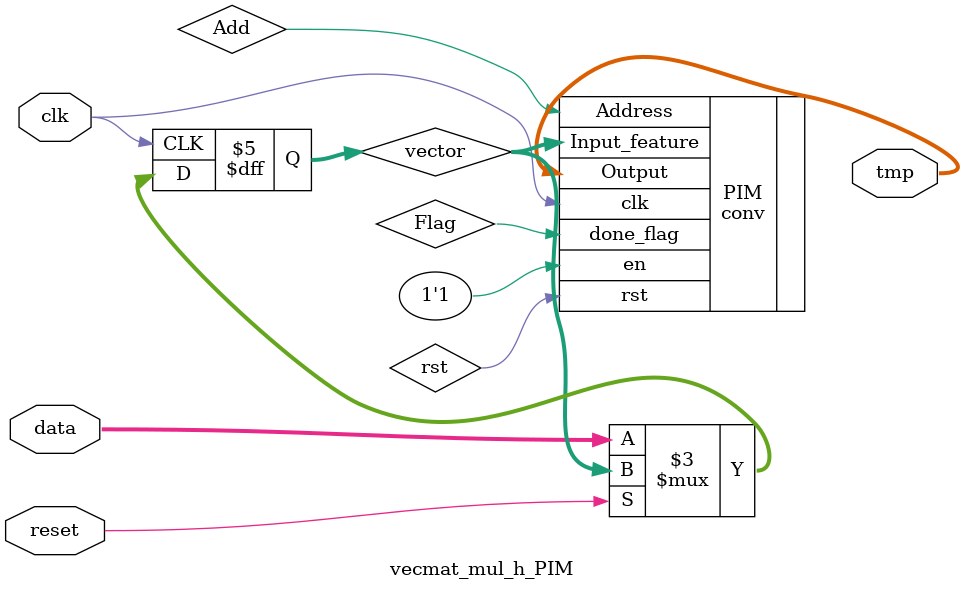
<source format=v>

`define ARRAY_DEPTH 64      //Number of Hidden neurons
`define INPUT_DEPTH 100	    //LSTM input vector dimensions
`define DATA_WIDTH 16		//16 bit representation
`define INWEIGHT_DEPTH 6400 //100x64
`define HWEIGHT_DEPTH 4096  //64x64
`define varraysize 1600   //100x16
`define uarraysize 1024  //64x16

/////////////////////////////////////////////////////////////////////////////////
//LSTM layer design
/////////////////////////////////////////////////////////////////////////////////
//
//This verilog implementation can be used for LSTM inference applications.
//LSTM contains four gates :Input,Output,Forget and Cell State.
//The architecture is such that the four gates can be parallelized for the 
//most part except for the ending few stages were previous cycle output is 
//required. The weights of the gates (obtained from training using Python or
//other sources) is stored and accessed through BRAMs on the FPGA.
//Fixed Point 16 (4.12) format is used
//This is a pipelined LSTM network design with the following blocks:
//1.MVM - Matrix vector multiplication Block
//	Every cycle one row of the matrix gets multiplied with the vector producing 
//	one 16 bit output which can get processed by further stages.
//2.ELEMENT WISE ADD 
//	16 bit addition
//3.SIGMOID
//	LUT based Sigmoid approximation
//4.ELEMENT WISE MULTIPLICATION
//	2s complement based signed multiplication
//5.TANH
//	LUT based tanH approximation
//
//////////////////////////////////////////////////////////////////////////////////



module top(
input clk,
input reset,
input start,  		   //start the computation
input [6:0] start_addr,   //start address of the Xin bram (input words to LSTM)
input [6:0] end_addr,	  //end address of the Xin bram 
output ht_valid,	//indicates the output ht_out is valid in those cycles
output [`DATA_WIDTH-1:0] ht_out, //output ht from the lstm
output reg cycle_complete,	//generates a pulse when a cycle fo 64 ht outputs are complete
output reg Done        //Stays high indicating the end of lstm output computation for all the Xin words provided.
);

wire [`uarraysize-1:0] Ui_in;
wire [`varraysize-1:0] Wi_in;
wire [`uarraysize-1:0] Uf_in;
wire [`varraysize-1:0] Wf_in;
wire [`uarraysize-1:0] Uo_in;
wire [`varraysize-1:0] Wo_in;
wire [`uarraysize-1:0] Uc_in;
wire [`varraysize-1:0] Wc_in;
wire [`varraysize-1:0] x_in;
reg [`uarraysize-1:0] h_in;


reg [`uarraysize-1:0] dummyin_u;
reg [`varraysize-1:0] dummyin_v;
reg [`DATA_WIDTH-1:0] dummyin_b;

wire [`DATA_WIDTH-1:0] bi_in;
wire [`DATA_WIDTH-1:0] bf_in;
wire [`DATA_WIDTH-1:0] bo_in;
wire [`DATA_WIDTH-1:0] bc_in;
reg [`DATA_WIDTH-1:0] C_in;
//wire [`varraysize-1:0] xdata_b_ext;
//wire [`uarraysize-1:0] hdata_b_ext;

//keeping an additional bit so that the counters don't get reset to 0 automatically after 63 
//and start repeating access to elements prematurely
reg [6:0] inaddr; 
reg [6:0] waddr;
reg wren_a;
reg [6:0] c_count;
reg [6:0] b_count;
reg [6:0] ct_count;
reg [6:0] count;
reg [6:0] i,j;
reg [5:0] h_count;

wire [`DATA_WIDTH-1:0] ht;
reg [`uarraysize-1:0] ht_prev;
reg [`uarraysize-1:0] Ct;
wire [`DATA_WIDTH-1:0] add_cf;
reg wren_a_ct, wren_b_cin;

assign ht_out = ht;


//indicates that the ht_out output is valid 
assign ht_valid = (count>16)?1:0;


//BRAMs storing the input and hidden weights of each of the gates
//Hidden weights are represented by U and Input weights by W
spram_u Ui_mem(.clk(clk),.address_a(waddr),.wren_a(wren_a),.data_a(dummyin_u),.out_a(Ui_in));
spram_u Uf_mem(.clk(clk),.address_a(waddr),.wren_a(wren_a),.data_a(dummyin_u),.out_a(Uf_in));
spram_u Uo_mem(.clk(clk),.address_a(waddr),.wren_a(wren_a),.data_a(dummyin_u),.out_a(Uo_in));
spram_u Uc_mem(.clk(clk),.address_a(waddr),.wren_a(wren_a),.data_a(dummyin_u),.out_a(Uc_in));
spram_v Wi_mem(.clk(clk),.address_a(waddr),.wren_a(wren_a),.data_a(dummyin_v),.out_a(Wi_in));
spram_v Wf_mem(.clk(clk),.address_a(waddr),.wren_a(wren_a),.data_a(dummyin_v),.out_a(Wf_in));
spram_v Wo_mem(.clk(clk),.address_a(waddr),.wren_a(wren_a),.data_a(dummyin_v),.out_a(Wo_in));
spram_v Wc_mem(.clk(clk),.address_a(waddr),.wren_a(wren_a),.data_a(dummyin_v),.out_a(Wc_in));

//BRAM of the input vectors to LSTM
spram_v Xi_mem(.clk(clk),.address_a(inaddr),.wren_a(wren_a),.data_a(dummyin_v),.out_a(x_in));

//BRAM storing Bias of each gate
spram_b bi_mem(.clk(clk),.address_a(b_count),.wren_a(wren_a),.data_a(dummyin_b),.out_a(bi_in));
spram_b bf_mem(.clk(clk),.address_a(b_count),.wren_a(wren_a),.data_a(dummyin_b),.out_a(bf_in));
spram_b bo_mem(.clk(clk),.address_a(b_count),.wren_a(wren_a),.data_a(dummyin_b),.out_a(bo_in));
spram_b bc_mem(.clk(clk),.address_a(b_count),.wren_a(wren_a),.data_a(dummyin_b),.out_a(bc_in));



lstm_top lstm(.clk(clk),.rst(reset),.ht_out(ht),.Ui_in(Ui_in),.Wi_in(Wi_in),.Uf_in(Uf_in),.Wf_in(Wf_in),.Uo_in(Uo_in),.Wo_in(Wo_in),
.Uc_in(Uc_in),.Wc_in(Wc_in),.x_in(x_in),.h_in(h_in),.C_in(C_in),.bi_in(bi_in),.bf_in(bf_in),.bo_in(bo_in),.bc_in(bc_in),.add_cf(add_cf));

always @(posedge clk) begin
 if(reset == 1'b1 || start==1'b0) 
  begin      
	   count <= 0;
	   b_count <=0;
	   h_count <= 0;
	   c_count <= 0;
	   ct_count <=0;
	   Ct <= 0;
	   C_in <=0;
	   h_in <= 0;
	   ht_prev <= 0;
	   wren_a <= 0;
	   wren_a_ct <= 1;
	   wren_b_cin <= 0;
	   cycle_complete <=0;
	   Done <= 0;
   	   waddr <=0;	
	   inaddr <= start_addr;
	  
	   //dummy ports initialize
	   dummyin_u <= 0; 
	   dummyin_v <=0;
	   dummyin_b <= 0;
 
  end
  else begin
	
	if(h_count == `ARRAY_DEPTH-1) begin
		cycle_complete <= 1; 
		waddr <= 0;
		count <=0;
		b_count <= 0;
		ct_count <=0;
		c_count <= 0;
	
		if(inaddr == end_addr)
			Done = 1;			
		else begin
			inaddr <= inaddr+1;
			h_count <= 0;

		 end
	 end
	 else begin
		cycle_complete <= 0;
    	waddr <= waddr+1;
	  	count <= count+1;
	 
		if(count>7)     //delay before bias add
			b_count <= b_count+1; 

		if(count >8)  begin //delay before Cin elmul
			c_count <=c_count+1;
			case(c_count)
			0: C_in<=Ct[16*0+:16] ;
			1: C_in<=Ct[16*1+:16] ;
			2: C_in<=Ct[16*2+:16] ;
			3: C_in<=Ct[16*3+:16] ;
			4: C_in<=Ct[16*4+:16] ;
			5: C_in<=Ct[16*5+:16] ;
			6: C_in<=Ct[16*6+:16] ;
			7: C_in<=Ct[16*7+:16] ;
			8: C_in<=Ct[16*8+:16] ;
			9: C_in<=Ct[16*9+:16] ;
			10: C_in <=Ct[16*10+:16];
			11: C_in <=Ct[16*11+:16];
			12: C_in <=Ct[16*12+:16];
			13: C_in <=Ct[16*13+:16];
			14: C_in <=Ct[16*14+:16];
			15: C_in <=Ct[16*15+:16];
			16: C_in <=Ct[16*16+:16];
			17: C_in <=Ct[16*17+:16];
			18: C_in <=Ct[16*18+:16];
			19: C_in <=Ct[16*19+:16];
			20: C_in <=Ct[16*20+:16];
			21: C_in <=Ct[16*21+:16];
			22: C_in <=Ct[16*22+:16];
			23: C_in <=Ct[16*23+:16];
			24: C_in <=Ct[16*24+:16];
			25: C_in <=Ct[16*25+:16];
			26: C_in <=Ct[16*26+:16];
			27: C_in <=Ct[16*27+:16];
			28: C_in <=Ct[16*28+:16];
			29: C_in <=Ct[16*29+:16];
			30: C_in <=Ct[16*30+:16];
			31: C_in <=Ct[16*31+:16];
			32: C_in <=Ct[16*32+:16];
			33: C_in <=Ct[16*33+:16];
			34: C_in <=Ct[16*34+:16];
			35: C_in <=Ct[16*35+:16];
			36: C_in <=Ct[16*36+:16];
			37: C_in <=Ct[16*37+:16];
			38: C_in <=Ct[16*38+:16];
			39: C_in <=Ct[16*39+:16];
			40: C_in <=Ct[16*40+:16];
			41: C_in <=Ct[16*41+:16];
			42: C_in <=Ct[16*42+:16];
			43: C_in <=Ct[16*43+:16];
			44: C_in <=Ct[16*44+:16];
			45: C_in <=Ct[16*45+:16];
			46: C_in <=Ct[16*46+:16];
			47: C_in <=Ct[16*47+:16];
			48: C_in <=Ct[16*48+:16];
			49: C_in <=Ct[16*49+:16];
			50: C_in <=Ct[16*50+:16];
			51: C_in <=Ct[16*51+:16];
			52: C_in <=Ct[16*52+:16];
			53: C_in <=Ct[16*53+:16];
			54: C_in <=Ct[16*54+:16];
			55: C_in <=Ct[16*55+:16];
			56: C_in <=Ct[16*56+:16];
			57: C_in <=Ct[16*57+:16];
			58: C_in <=Ct[16*58+:16];
			59: C_in <=Ct[16*59+:16];
			60: C_in <=Ct[16*60+:16];
			61: C_in <=Ct[16*61+:16];
			62: C_in <=Ct[16*62+:16];
			63: C_in <=Ct[16*63+:16];
			default : C_in <= 0;
		endcase	
		end

		if(count >11) begin  //for storing output of Ct
			ct_count <= ct_count+1;
		 //storing cell state
			case(ct_count)
			0:	Ct[16*0+:16] <= add_cf;
			1:	Ct[16*1+:16] <= add_cf;
			2:	Ct[16*2+:16] <= add_cf;
			3:	Ct[16*3+:16] <= add_cf;
			4:	Ct[16*4+:16] <= add_cf;
			5:	Ct[16*5+:16] <= add_cf;
			6:	Ct[16*6+:16] <= add_cf;
			7:	Ct[16*7+:16] <= add_cf;
			8:	Ct[16*8+:16] <= add_cf;
			9:	Ct[16*9+:16] <= add_cf;
			10:	Ct[16*10+:16] <=add_cf;
			11:	Ct[16*11+:16] <=add_cf;
			12:	Ct[16*12+:16] <=add_cf;
			13:	Ct[16*13+:16] <=add_cf;
			14:	Ct[16*14+:16] <=add_cf;
			15:	Ct[16*15+:16] <=add_cf;
			16:	Ct[16*16+:16] <=add_cf;
			17:	Ct[16*17+:16] <=add_cf;
			18:	Ct[16*18+:16] <=add_cf;
			19:	Ct[16*19+:16] <=add_cf;
			20:	Ct[16*20+:16] <=add_cf;
			21:	Ct[16*21+:16] <=add_cf;
			22:	Ct[16*22+:16] <=add_cf;
			23:	Ct[16*23+:16] <=add_cf;
			24:	Ct[16*24+:16] <=add_cf;
			25:	Ct[16*25+:16] <=add_cf;
			26:	Ct[16*26+:16] <=add_cf;
			27:	Ct[16*27+:16] <=add_cf;
			28:	Ct[16*28+:16] <=add_cf;
			29:	Ct[16*29+:16] <=add_cf;
			30:	Ct[16*30+:16] <=add_cf;
			31:	Ct[16*31+:16] <=add_cf;
			32:	Ct[16*32+:16] <=add_cf;
			33:	Ct[16*33+:16] <=add_cf;
			34:	Ct[16*34+:16] <=add_cf;
			35:	Ct[16*35+:16] <=add_cf;
			36:	Ct[16*36+:16] <=add_cf;
			37:	Ct[16*37+:16] <=add_cf;
			38:	Ct[16*38+:16] <=add_cf;
			39:	Ct[16*39+:16] <=add_cf;
			40:	Ct[16*40+:16] <=add_cf;
			41:	Ct[16*41+:16] <=add_cf;
			42:	Ct[16*42+:16] <=add_cf;
			43:	Ct[16*43+:16] <=add_cf;
			44:	Ct[16*44+:16] <=add_cf;
			45:	Ct[16*45+:16] <=add_cf;
			46:	Ct[16*46+:16] <=add_cf;
			47:	Ct[16*47+:16] <=add_cf;
			48:	Ct[16*48+:16] <=add_cf;
			49:	Ct[16*49+:16] <=add_cf;
			50:	Ct[16*50+:16] <=add_cf;
			51:	Ct[16*51+:16] <=add_cf;
			52:	Ct[16*52+:16] <=add_cf;
			53:	Ct[16*53+:16] <=add_cf;
			54:	Ct[16*54+:16] <=add_cf;
			55:	Ct[16*55+:16] <=add_cf;
			56:	Ct[16*56+:16] <=add_cf;
			57:	Ct[16*57+:16] <=add_cf;
			58:	Ct[16*58+:16] <=add_cf;
			59:	Ct[16*59+:16] <=add_cf;
			60:	Ct[16*60+:16] <=add_cf;
			61:	Ct[16*61+:16] <=add_cf;
			62:	Ct[16*62+:16] <=add_cf;
			63:	Ct[16*63+:16] <=add_cf;
			default : Ct <= 0;
		 endcase
		end
		if(count >16) begin
			h_count <= h_count + 1;
			case(h_count)
			0:	ht_prev[16*0+:16] <= ht;
			1:	ht_prev[16*1+:16] <= ht;
			2:	ht_prev[16*2+:16] <= ht;
			3:	ht_prev[16*3+:16] <= ht;
			4:	ht_prev[16*4+:16] <= ht;
			5:	ht_prev[16*5+:16] <= ht;
			6:	ht_prev[16*6+:16] <= ht;
			7:	ht_prev[16*7+:16] <= ht;
			8:	ht_prev[16*8+:16] <= ht;
			9:	ht_prev[16*9+:16] <= ht;
			10:	ht_prev[16*10+:16] <= ht;
			11:	ht_prev[16*11+:16] <= ht;
			12:	ht_prev[16*12+:16] <= ht;
			13:	ht_prev[16*13+:16] <= ht;
			14:	ht_prev[16*14+:16] <= ht;
			15:	ht_prev[16*15+:16] <= ht;
			16:	ht_prev[16*16+:16] <= ht;
			17:	ht_prev[16*17+:16] <= ht;
			18:	ht_prev[16*18+:16] <= ht;
			19:	ht_prev[16*19+:16] <= ht;
			20:	ht_prev[16*20+:16] <= ht;
			21:	ht_prev[16*21+:16] <= ht;
			22:	ht_prev[16*22+:16] <= ht;
			23:	ht_prev[16*23+:16] <= ht;
			24:	ht_prev[16*24+:16] <= ht;
			25:	ht_prev[16*25+:16] <= ht;
			26:	ht_prev[16*26+:16] <= ht;
			27:	ht_prev[16*27+:16] <= ht;
			28:	ht_prev[16*28+:16] <= ht;
			29:	ht_prev[16*29+:16] <= ht;
			30:	ht_prev[16*30+:16] <= ht;
			31:	ht_prev[16*31+:16] <= ht;
			32:	ht_prev[16*32+:16] <= ht;
			33:	ht_prev[16*33+:16] <= ht;
			34:	ht_prev[16*34+:16] <= ht;
			35:	ht_prev[16*35+:16] <= ht;
			36:	ht_prev[16*36+:16] <= ht;
			37:	ht_prev[16*37+:16] <= ht;
			38:	ht_prev[16*38+:16] <= ht;
			39:	ht_prev[16*39+:16] <= ht;
			40:	ht_prev[16*40+:16] <= ht;
			41:	ht_prev[16*41+:16] <= ht;
			42:	ht_prev[16*42+:16] <= ht;
			43:	ht_prev[16*43+:16] <= ht;
			44:	ht_prev[16*44+:16] <= ht;
			45:	ht_prev[16*45+:16] <= ht;
			46:	ht_prev[16*46+:16] <= ht;
			47:	ht_prev[16*47+:16] <= ht;
			48:	ht_prev[16*48+:16] <= ht;
			49:	ht_prev[16*49+:16] <= ht;
			50:	ht_prev[16*50+:16] <= ht;
			51:	ht_prev[16*51+:16] <= ht;
			52:	ht_prev[16*52+:16] <= ht;
			53:	ht_prev[16*53+:16] <= ht;
			54:	ht_prev[16*54+:16] <= ht;
			55:	ht_prev[16*55+:16] <= ht;
			56:	ht_prev[16*56+:16] <= ht;
			57:	ht_prev[16*57+:16] <= ht;
			58:	ht_prev[16*58+:16] <= ht;
			59:	ht_prev[16*59+:16] <= ht;
			60:	ht_prev[16*60+:16] <= ht;
			61:	ht_prev[16*61+:16] <= ht;
			62:	ht_prev[16*62+:16] <= ht;
			63:	ht_prev[16*63+:16] <= ht;
			default: ht_prev <= 0;
			endcase
		 end
			
	end
		


	if(cycle_complete==1) begin
		  h_in <= ht_prev; 
	end

  end
 end
 


endmodule





module spram_v(	
input clk,
input [(7-1):0] address_a,
input  wren_a,
input [(`varraysize-1):0] data_a,
output reg [(`varraysize-1):0] out_a
);


`ifdef SIMULATION_MEMORY

reg [`varraysize-1:0] ram[`ARRAY_DEPTH-1:0];

always @ (posedge clk) begin 
  if (wren_a) begin
      ram[address_a] <= data_a;
  end
  else begin
      out_a <= ram[address_a];
  end
end
  

`else

defparam u_single_port_ram.ADDR_WIDTH = 7;
defparam u_single_port_ram.DATA_WIDTH = `varraysize;
single_port_ram u_single_port_ram(
.addr(address_a),
.we(wren_a),
.data(data_a),
.out(out_a),
.clk(clk)
);

`endif

endmodule

module spram_u (	
input clk,
input [(7-1):0] address_a,
input  wren_a,
input [(`uarraysize-1):0] data_a,
output reg [(`uarraysize-1):0] out_a
);


`ifdef SIMULATION_MEMORY

reg [`uarraysize-1:0] ram[`ARRAY_DEPTH-1:0];

always @ (posedge clk) begin 
  if (wren_a) begin
      ram[address_a] <= data_a;
  end
  else begin
      out_a <= ram[address_a];
  end
end
  

`else

defparam u_single_port_ram.ADDR_WIDTH = 7;
defparam u_single_port_ram.DATA_WIDTH = `uarraysize;
single_port_ram u_single_port_ram(
.addr(address_a),
.we(wren_a),
.data(data_a),
.out(out_a),
.clk(clk)
);

`endif

endmodule

module spram_b (	
input clk,
input [(7-1):0] address_a,
input  wren_a,
input [(`DATA_WIDTH-1):0] data_a,
output reg [(`DATA_WIDTH-1):0] out_a
);


`ifdef SIMULATION_MEMORY

reg [`DATA_WIDTH-1:0] ram[`ARRAY_DEPTH-1:0];

always @ (posedge clk) begin 
  if (wren_a) begin
      ram[address_a] <= data_a;
  end
  else begin
      out_a <= ram[address_a];
  end
end
  

`else

defparam u_single_port_ram.ADDR_WIDTH = 7;
defparam u_single_port_ram.DATA_WIDTH = `DATA_WIDTH;
single_port_ram u_single_port_ram(
.addr(address_a),
.we(wren_a),
.data(data_a),
.out(out_a),
.clk(clk)
);

`endif

endmodule


module lstm_top(
input clk,
input rst,
output  [15:0] ht_out,
input [`uarraysize-1:0] Ui_in,
input [`varraysize-1:0] Wi_in,
input [`uarraysize-1:0] Uf_in,
input [`varraysize-1:0] Wf_in,
input [`uarraysize-1:0] Uo_in,
input [`varraysize-1:0] Wo_in,
input [`uarraysize-1:0] Uc_in,
input [`varraysize-1:0] Wc_in,
input [`varraysize-1:0] x_in,
input [`uarraysize-1:0] h_in,
input [`DATA_WIDTH-1:0] bi_in,
input [`DATA_WIDTH-1:0] bf_in,
input [`DATA_WIDTH-1:0] bo_in,
input [`DATA_WIDTH-1:0] bc_in,
input [`DATA_WIDTH-1:0] C_in,
output [`DATA_WIDTH-1:0] add_cf);


wire [`uarraysize-1:0] mulout_ih;
wire [`uarraysize-1:0] mulout_fh;
wire [`uarraysize-1:0] mulout_ch;
wire [`uarraysize-1:0] mulout_oh;

wire [`varraysize-1:0] mulout_ix;
wire [`varraysize-1:0] mulout_fx;
wire [`varraysize-1:0] mulout_cx;
wire [`varraysize-1:0] mulout_ox;

wire [`DATA_WIDTH-1:0] macout_ix;
wire [`DATA_WIDTH-1:0] macout_ih;
wire [`DATA_WIDTH-1:0] add_i;
wire [`DATA_WIDTH-1:0] macout_fx;
wire [`DATA_WIDTH-1:0] macout_fh;
wire [`DATA_WIDTH-1:0] add_f;
wire [`DATA_WIDTH-1:0] macout_cx;
wire [`DATA_WIDTH-1:0] macout_ch;
wire [`DATA_WIDTH-1:0] add_c;
wire [`DATA_WIDTH-1:0] macout_ox;
wire [`DATA_WIDTH-1:0] macout_oh;
wire [`DATA_WIDTH-1:0] add_o;
//wire [`DATA_WIDTH-1:0] add_cf;


wire [`DATA_WIDTH-1:0] addbias_i;
wire [`DATA_WIDTH-1:0] addbias_f;
wire [`DATA_WIDTH-1:0] addbias_o;
wire [`DATA_WIDTH-1:0] addbias_c;

wire [`DATA_WIDTH-1:0] sig_io;
wire [`DATA_WIDTH-1:0] sig_fo;
wire [`DATA_WIDTH-1:0] sig_oo;


wire [`DATA_WIDTH-1:0] elmul_fo;
wire [`DATA_WIDTH-1:0] elmul_co;
wire [`DATA_WIDTH-1:0] tan_c;
wire [`DATA_WIDTH-1:0] tan_h;


wire [15:0] ht;


assign ht_out = ht;

reg [15:0] mac_fx_reg,mac_fh_reg,add_f_reg,addb_f_reg,sig_fo_reg;
reg [15:0] mac_ix_reg,mac_ih_reg,add_i_reg,addb_i_reg,sig_io_reg;
reg [15:0] mac_ox_reg,mac_oh_reg, add_o_reg,addb_o_reg,sig_oo_reg;
reg [15:0] mac_cx_reg,mac_ch_reg, add_c_reg,addb_c_reg,sig_co_reg;
reg [15:0] tan_c_reg,elmul_co_reg,add_cf_reg,tan_h_reg,elmul_fo_reg;

reg [`uarraysize-1:0] mulout_ih_reg,mulout_fh_reg,mulout_oh_reg,mulout_ch_reg;
reg [`varraysize-1:0] mulout_ix_reg,mulout_fx_reg,mulout_ox_reg,mulout_cx_reg;

reg [15:0] sig_oo_d1,sig_oo_d2,sig_oo_d3,sig_oo_d4,sig_oo_d5;

always @(posedge clk) begin

//Pipeline Registers
		mulout_fx_reg <= mulout_fx;
		mulout_fh_reg <= mulout_fh;
		mac_fx_reg <= macout_fx;
		mac_fh_reg <= macout_fh;
		add_f_reg <= add_f;
		addb_f_reg <= addbias_f; 
		sig_fo_reg <= sig_fo;
		elmul_fo_reg <= elmul_fo; //check if need to delay to wait for elmul_co

		mulout_ix_reg <= mulout_ix;
		mulout_ih_reg <= mulout_ih;
		mac_ix_reg <= macout_ix;
		mac_ih_reg <= macout_ih;
		add_i_reg <= add_i;
		addb_i_reg <= addbias_i; 
		sig_io_reg <= sig_io;
		
		mulout_ox_reg <= mulout_ox;
		mulout_oh_reg <= mulout_oh;
		mac_ox_reg <= macout_ox;
		mac_oh_reg <= macout_oh;
		add_o_reg <= add_o;
		addb_o_reg <= addbias_o; 
		sig_oo_reg <= sig_oo;   


		sig_oo_d1 <= sig_oo_reg; //delaying sig_oo by 5 cycles to feed to c gate
		sig_oo_d2 <= sig_oo_d1;
		sig_oo_d3 <= sig_oo_d2;
	    sig_oo_d4 <= sig_oo_d3;
		sig_oo_d5 <= sig_oo_d4;

		mulout_cx_reg <= mulout_cx;
		mulout_ch_reg <= mulout_ch;
		mac_cx_reg <= macout_cx;
		mac_ch_reg <= macout_ch;
		add_c_reg <= add_c;
		addb_c_reg <= addbias_c; 
		tan_c_reg <= tan_c;
		elmul_co_reg <= elmul_co;
		add_cf_reg <= add_cf;
		tan_h_reg <= tan_h; 

end


//FORGET GATE
  vecmat_add_PIM #(`varraysize,`INPUT_DEPTH, `uarraysize) vecmat_add_OP_1(.clk(clk), .reset(rst), .data_x(x_in), .W_x(Wf_in), .data_h(h_in), .W_h(Uf_in), .data_out_x(macout_fx), .data_out_h(macout_fh));
//   vecmat_mul_x #(`varraysize,`INPUT_DEPTH) f_gatex(.clk(clk),.reset(rst),.data(x_in),.W(Wf_in),.tmp(mulout_fx));
//   vecmat_mul_h #(`uarraysize,`ARRAY_DEPTH) f_gateh(.clk(clk),.reset(rst),.data(h_in),.W(Uf_in),.tmp(mulout_fh));
//   vecmat_add_x #(`varraysize,`INPUT_DEPTH) f_gateaddx(.clk(clk),.reset(rst),.mulout(mulout_fx_reg),.data_out(macout_fx));
//   vecmat_add_h #(`uarraysize,`ARRAY_DEPTH) f_gateaddh(.clk(clk),.reset(rst),.mulout(mulout_fh_reg),.data_out(macout_fh));
  qadd2 f_gate_add(.a(mac_fx_reg),.b(mac_fh_reg),.c(add_f));
  qadd2 f_gate_biasadd(.a(bf_in),.b(add_f),.c(addbias_f));
  sigmoid sigf(addb_f_reg,sig_fo);
  //qmult #(12,16) f_elmul(.i_multiplicand(sig_fo_reg),.i_multiplier(C_in),.o_result(elmul_fo),.ovr(overflow0));
  signedmul f_elmul(.clk(clk),.a(sig_fo_reg),.b(C_in),.c(elmul_fo));

//INPUT GATE
  vecmat_add_PIM #(`varraysize,`INPUT_DEPTH, `uarraysize) vecmat_add_OP_2(.clk(clk), .reset(rst), .data_x(x_in), .W_x(Wi_in), .data_h(h_in), .W_h(Ui_in), .data_out_x(macout_ix), .data_out_h(macout_ih));

//   vecmat_mul_x #(`varraysize,`INPUT_DEPTH) i_gatex(.clk(clk),.reset(rst),.data(x_in),.W(Wi_in),.tmp(mulout_ix));
//   vecmat_mul_h #(`uarraysize,`ARRAY_DEPTH) i_gateh(.clk(clk),.reset(rst),.data(h_in),.W(Ui_in),.tmp(mulout_ih));
//   vecmat_add_x #(`varraysize,`INPUT_DEPTH) i_gateaddx(.clk(clk),.reset(rst),.mulout(mulout_ix_reg),.data_out(macout_ix));
//   vecmat_add_h #(`uarraysize,`ARRAY_DEPTH) i_gateaddh(.clk(clk),.reset(rst),.mulout(mulout_ih_reg),.data_out(macout_ih));
  qadd2 i_gate_add(.a(mac_ix_reg),.b(mac_ih_reg),.c(add_i));
  qadd2 i_gate_biasadd(.a(bi_in),.b(add_i),.c(addbias_i));
  sigmoid sigi(addb_i_reg,sig_io);

//OUTPUT GATE
  vecmat_add_PIM #(`varraysize,`INPUT_DEPTH, `uarraysize) vecmat_add_OP_3(.clk(clk), .reset(rst), .data_x(x_in), .W_x(Wo_in), .data_h(h_in), .W_h(Uo_in), .data_out_x(macout_ox), .data_out_h(macout_oh));

//   vecmat_mul_x #(`varraysize,`INPUT_DEPTH) o_gatex(.clk(clk),.reset(rst),.data(x_in),.W(Wo_in),.tmp(mulout_ox));
//   vecmat_mul_h #(`uarraysize,`ARRAY_DEPTH) o_gateh(.clk(clk),.reset(rst),.data(h_in),.W(Uo_in),.tmp(mulout_oh));
//   vecmat_add_x #(`varraysize,`INPUT_DEPTH) o_gateaddx(.clk(clk),.reset(rst),.mulout(mulout_ox_reg),.data_out(macout_ox));
//   vecmat_add_h #(`uarraysize,`ARRAY_DEPTH) o_gateaddh(.clk(clk),.reset(rst),.mulout(mulout_oh_reg),.data_out(macout_oh));
  qadd2 o_gate_add(.a(mac_ox_reg),.b(mac_oh_reg),.c(add_o));
  qadd2 o_gate_biasadd(.a(bo_in),.b(add_o),.c(addbias_o));
  sigmoid sigo(addb_o_reg,sig_oo);

//CELL STATE GATE
  vecmat_add_PIM #(`varraysize,`INPUT_DEPTH, `uarraysize) vecmat_add_OP_4(.clk(clk), .reset(rst), .data_x(x_in), .W_x(Wc_in), .data_h(h_in), .W_h(Uc_in), .data_out_x(macout_cx), .data_out_h(macout_ch));

//   vecmat_mul_x #(`varraysize,`INPUT_DEPTH) c_gatex(.clk(clk),.reset(rst),.data(x_in),.W(Wc_in),.tmp(mulout_cx));
//   vecmat_mul_h #(`uarraysize,`ARRAY_DEPTH) c_gateh(.clk(clk),.reset(rst),.data(h_in),.W(Uc_in),.tmp(mulout_ch));
//   vecmat_add_x #(`varraysize,`INPUT_DEPTH) c_gateaddx(.clk(clk),.reset(rst),.mulout(mulout_cx_reg),.data_out(macout_cx));
//   vecmat_add_h #(`uarraysize,`ARRAY_DEPTH) c_gateaddh(.clk(clk),.reset(rst),.mulout(mulout_ch_reg),.data_out(macout_ch));
  qadd2 c_gate_add(.a(mac_cx_reg),.b(mac_ch_reg),.c(add_c));
  qadd2 c_gate_biasadd(.a(bc_in),.b(add_c),.c(addbias_c)); 
  tanh tan_c1(addb_c_reg,tan_c);
  //qmult #(12,16) c_elmul(.i_multiplicand(tan_c_reg),.i_multiplier(sig_io_reg),.o_result(elmul_co),.ovr(overflow0));
  signedmul c_elmul(.clk(clk),.a(tan_c_reg),.b(sig_io_reg),.c(elmul_co));	  
  qadd2 cf_gate_add(.a(elmul_co_reg),.b(elmul_fo_reg),.c(add_cf));
  tanh tan_c2(add_cf_reg,tan_h);
  //qmult #(12,16) h_elmul(.i_multiplicand(tan_h_reg),.i_multiplier(sig_oo_d3),.o_result(ht),.ovr(overflow0));
  signedmul h_elmul(.clk(clk),.a(tan_h_reg),.b(sig_oo_d5),.c(ht));



endmodule
 
module vecmat_add #( parameter varraysize=1600, vectwidth=100, uarraysize=1024)
(
	input clk,
	input reset,
	input [varraysize-1:0] data_x,
	input [varraysize-1:0] W_x,
	input [uarraysize-1:0] data_h,
	input [uarraysize-1:0] W_h,

	output reg [15:0] data_out_x,
	output reg [15:0] data_out_h
);
	wire [varraysize-1:0] mulout_x;
	wire [uarraysize-1:0] mulout_h;
	vecmat_mul_x #(`varraysize,`INPUT_DEPTH) f_gatex(.clk(clk),.reset(rst),.data(data_x),.W(W_x),.tmp(mulout_x));
	vecmat_mul_h #(`uarraysize,`ARRAY_DEPTH) f_gateh(.clk(clk),.reset(rst),.data(data_h),.W(W_h),.tmp(mulout_h));
	vecmat_add_x #(`varraysize,`INPUT_DEPTH) f_gateaddx(.clk(clk),.reset(rst),.mulout(mulout_x),.data_out(data_out_x));
	vecmat_add_h #(`uarraysize,`ARRAY_DEPTH) f_gateaddh(.clk(clk),.reset(rst),.mulout(mulout_h),.data_out(data_out_h));

endmodule


module vecmat_add_PIM #( parameter varraysize=1600, vectwidth=100, uarraysize=1024)
(
	input clk,
	input reset,
	input [varraysize-1:0] data_x,
	input [varraysize-1:0] W_x,
	input [uarraysize-1:0] data_h,
	input [uarraysize-1:0] W_h,

	output reg [15:0] data_out_x,
	output reg [15:0] data_out_h
);
	vecmat_mul_x_PIM #(`varraysize,`INPUT_DEPTH) f_gatex(.clk(clk),.reset(rst),.data(data_x), .tmp(data_out_x));
	vecmat_mul_h_PIM #(`uarraysize,`ARRAY_DEPTH) f_gateh(.clk(clk),.reset(rst),.data(data_h), .tmp(data_out_h));

endmodule

module vecmat_mul_h #( parameter uarraysize=1024,parameter vectwidth=64)  //,matsize=64)   // varraysize=1024 vectwidth=64,matsize=4096
(
 input clk,
 input reset,
 input [uarraysize-1:0] data,
 input [uarraysize-1:0] W,
 //output reg [15:0] data_out
 output [uarraysize-1:0] tmp
 );
  
 //wire [uarraysize-1:0] tmp;

 reg [uarraysize-1:0] matrix;
 reg [uarraysize-1:0] vector;


 always @(posedge clk) begin
	if(~reset) begin

	    vector <= data;
		matrix <= W;
    
	end
 end
	 
  /*genvar j;
  generate 
  for (j=0;j<vectwidth;j=j+1) begin
          signedmul mult_u0(.a(vector[j*16+:16]),.b(matrix[j*16+:16]),.c(tmp[j*16+:16]));
  end
  endgenerate*/

   	signedmul mult_u0(.clk(clk),.a(vector[0*16+:16]),.b(matrix[0*16+:16]),.c(tmp[0*16+:16]));
	signedmul mult_u1(.clk(clk),.a(vector[1*16+:16]),.b(matrix[1*16+:16]),.c(tmp[1*16+:16]));
	signedmul mult_u2(.clk(clk),.a(vector[2*16+:16]),.b(matrix[2*16+:16]),.c(tmp[2*16+:16]));
	signedmul mult_u3(.clk(clk),.a(vector[3*16+:16]),.b(matrix[3*16+:16]),.c(tmp[3*16+:16]));
	signedmul mult_u4(.clk(clk),.a(vector[4*16+:16]),.b(matrix[4*16+:16]),.c(tmp[4*16+:16]));
	signedmul mult_u5(.clk(clk),.a(vector[5*16+:16]),.b(matrix[5*16+:16]),.c(tmp[5*16+:16]));
	signedmul mult_u6(.clk(clk),.a(vector[6*16+:16]),.b(matrix[6*16+:16]),.c(tmp[6*16+:16]));
	signedmul mult_u7(.clk(clk),.a(vector[7*16+:16]),.b(matrix[7*16+:16]),.c(tmp[7*16+:16]));
	signedmul mult_u8(.clk(clk),.a(vector[8*16+:16]),.b(matrix[8*16+:16]),.c(tmp[8*16+:16]));
	signedmul mult_u9(.clk(clk),.a(vector[9*16+:16]),.b(matrix[9*16+:16]),.c(tmp[9*16+:16]));
	signedmul mult_u10(.clk(clk),.a(vector[10*16+:16]),.b(matrix[10*16+:16]),.c(tmp[10*16+:16]));
	signedmul mult_u11(.clk(clk),.a(vector[11*16+:16]),.b(matrix[11*16+:16]),.c(tmp[11*16+:16]));
	signedmul mult_u12(.clk(clk),.a(vector[12*16+:16]),.b(matrix[12*16+:16]),.c(tmp[12*16+:16]));
	signedmul mult_u13(.clk(clk),.a(vector[13*16+:16]),.b(matrix[13*16+:16]),.c(tmp[13*16+:16]));
	signedmul mult_u14(.clk(clk),.a(vector[14*16+:16]),.b(matrix[14*16+:16]),.c(tmp[14*16+:16]));
	signedmul mult_u15(.clk(clk),.a(vector[15*16+:16]),.b(matrix[15*16+:16]),.c(tmp[15*16+:16]));
	signedmul mult_u16(.clk(clk),.a(vector[16*16+:16]),.b(matrix[16*16+:16]),.c(tmp[16*16+:16]));
	signedmul mult_u17(.clk(clk),.a(vector[17*16+:16]),.b(matrix[17*16+:16]),.c(tmp[17*16+:16]));
	signedmul mult_u18(.clk(clk),.a(vector[18*16+:16]),.b(matrix[18*16+:16]),.c(tmp[18*16+:16]));
	signedmul mult_u19(.clk(clk),.a(vector[19*16+:16]),.b(matrix[19*16+:16]),.c(tmp[19*16+:16]));
	signedmul mult_u20(.clk(clk),.a(vector[20*16+:16]),.b(matrix[20*16+:16]),.c(tmp[20*16+:16]));
	signedmul mult_u21(.clk(clk),.a(vector[21*16+:16]),.b(matrix[21*16+:16]),.c(tmp[21*16+:16]));
	signedmul mult_u22(.clk(clk),.a(vector[22*16+:16]),.b(matrix[22*16+:16]),.c(tmp[22*16+:16]));
	signedmul mult_u23(.clk(clk),.a(vector[23*16+:16]),.b(matrix[23*16+:16]),.c(tmp[23*16+:16]));
	signedmul mult_u24(.clk(clk),.a(vector[24*16+:16]),.b(matrix[24*16+:16]),.c(tmp[24*16+:16]));
	signedmul mult_u25(.clk(clk),.a(vector[25*16+:16]),.b(matrix[25*16+:16]),.c(tmp[25*16+:16]));
	signedmul mult_u26(.clk(clk),.a(vector[26*16+:16]),.b(matrix[26*16+:16]),.c(tmp[26*16+:16]));
	signedmul mult_u27(.clk(clk),.a(vector[27*16+:16]),.b(matrix[27*16+:16]),.c(tmp[27*16+:16]));
	signedmul mult_u28(.clk(clk),.a(vector[28*16+:16]),.b(matrix[28*16+:16]),.c(tmp[28*16+:16]));
	signedmul mult_u29(.clk(clk),.a(vector[29*16+:16]),.b(matrix[29*16+:16]),.c(tmp[29*16+:16]));
	signedmul mult_u30(.clk(clk),.a(vector[30*16+:16]),.b(matrix[30*16+:16]),.c(tmp[30*16+:16]));
	signedmul mult_u31(.clk(clk),.a(vector[31*16+:16]),.b(matrix[31*16+:16]),.c(tmp[31*16+:16]));
	signedmul mult_u32(.clk(clk),.a(vector[32*16+:16]),.b(matrix[32*16+:16]),.c(tmp[32*16+:16]));
	signedmul mult_u33(.clk(clk),.a(vector[33*16+:16]),.b(matrix[33*16+:16]),.c(tmp[33*16+:16]));
	signedmul mult_u34(.clk(clk),.a(vector[34*16+:16]),.b(matrix[34*16+:16]),.c(tmp[34*16+:16]));
	signedmul mult_u35(.clk(clk),.a(vector[35*16+:16]),.b(matrix[35*16+:16]),.c(tmp[35*16+:16]));
	signedmul mult_u36(.clk(clk),.a(vector[36*16+:16]),.b(matrix[36*16+:16]),.c(tmp[36*16+:16]));
	signedmul mult_u37(.clk(clk),.a(vector[37*16+:16]),.b(matrix[37*16+:16]),.c(tmp[37*16+:16]));
	signedmul mult_u38(.clk(clk),.a(vector[38*16+:16]),.b(matrix[38*16+:16]),.c(tmp[38*16+:16]));
	signedmul mult_u39(.clk(clk),.a(vector[39*16+:16]),.b(matrix[39*16+:16]),.c(tmp[39*16+:16]));
	signedmul mult_u40(.clk(clk),.a(vector[40*16+:16]),.b(matrix[40*16+:16]),.c(tmp[40*16+:16]));
	signedmul mult_u41(.clk(clk),.a(vector[41*16+:16]),.b(matrix[41*16+:16]),.c(tmp[41*16+:16]));
	signedmul mult_u42(.clk(clk),.a(vector[42*16+:16]),.b(matrix[42*16+:16]),.c(tmp[42*16+:16]));
	signedmul mult_u43(.clk(clk),.a(vector[43*16+:16]),.b(matrix[43*16+:16]),.c(tmp[43*16+:16]));
	signedmul mult_u44(.clk(clk),.a(vector[44*16+:16]),.b(matrix[44*16+:16]),.c(tmp[44*16+:16]));
	signedmul mult_u45(.clk(clk),.a(vector[45*16+:16]),.b(matrix[45*16+:16]),.c(tmp[45*16+:16]));
	signedmul mult_u46(.clk(clk),.a(vector[46*16+:16]),.b(matrix[46*16+:16]),.c(tmp[46*16+:16]));
	signedmul mult_u47(.clk(clk),.a(vector[47*16+:16]),.b(matrix[47*16+:16]),.c(tmp[47*16+:16]));
	signedmul mult_u48(.clk(clk),.a(vector[48*16+:16]),.b(matrix[48*16+:16]),.c(tmp[48*16+:16]));
	signedmul mult_u49(.clk(clk),.a(vector[49*16+:16]),.b(matrix[49*16+:16]),.c(tmp[49*16+:16]));
	signedmul mult_u50(.clk(clk),.a(vector[50*16+:16]),.b(matrix[50*16+:16]),.c(tmp[50*16+:16]));
	signedmul mult_u51(.clk(clk),.a(vector[51*16+:16]),.b(matrix[51*16+:16]),.c(tmp[51*16+:16]));
	signedmul mult_u52(.clk(clk),.a(vector[52*16+:16]),.b(matrix[52*16+:16]),.c(tmp[52*16+:16]));
	signedmul mult_u53(.clk(clk),.a(vector[53*16+:16]),.b(matrix[53*16+:16]),.c(tmp[53*16+:16]));
	signedmul mult_u54(.clk(clk),.a(vector[54*16+:16]),.b(matrix[54*16+:16]),.c(tmp[54*16+:16]));
	signedmul mult_u55(.clk(clk),.a(vector[55*16+:16]),.b(matrix[55*16+:16]),.c(tmp[55*16+:16]));
	signedmul mult_u56(.clk(clk),.a(vector[56*16+:16]),.b(matrix[56*16+:16]),.c(tmp[56*16+:16]));
	signedmul mult_u57(.clk(clk),.a(vector[57*16+:16]),.b(matrix[57*16+:16]),.c(tmp[57*16+:16]));
	signedmul mult_u58(.clk(clk),.a(vector[58*16+:16]),.b(matrix[58*16+:16]),.c(tmp[58*16+:16]));
	signedmul mult_u59(.clk(clk),.a(vector[59*16+:16]),.b(matrix[59*16+:16]),.c(tmp[59*16+:16]));
	signedmul mult_u60(.clk(clk),.a(vector[60*16+:16]),.b(matrix[60*16+:16]),.c(tmp[60*16+:16]));
	signedmul mult_u61(.clk(clk),.a(vector[61*16+:16]),.b(matrix[61*16+:16]),.c(tmp[61*16+:16]));
	signedmul mult_u62(.clk(clk),.a(vector[62*16+:16]),.b(matrix[62*16+:16]),.c(tmp[62*16+:16]));
	signedmul mult_u63(.clk(clk),.a(vector[63*16+:16]),.b(matrix[63*16+:16]),.c(tmp[63*16+:16]));
	
endmodule                    

module vecmat_add_h #(parameter uarraysize=1024,parameter vectwidth=64)
 (
 input clk,reset,
 input [uarraysize-1:0] mulout,
 output reg [15:0] data_out
 );
           
 wire [15:0] tmp0, tmp1 ,tmp2 ,tmp3 ,tmp4 ,tmp5 ,tmp6 ,tmp7 ,tmp8 ,tmp9 ,tmp10 ,tmp11 ,tmp12 ,tmp13 ,tmp14 ,tmp15 ,tmp16 ,tmp17 ,tmp18 ,tmp19 ,tmp20 ,tmp21 ,tmp22 ,tmp23 ,tmp24 ,tmp25 ,tmp26 ,tmp27 ,tmp28 ,tmp29 ,tmp30 ,tmp31 ,tmp32 ,tmp33 ,tmp34 ,tmp35 ,tmp36 ,tmp37 ,tmp38 ,tmp39 ,tmp40 ,tmp41 ,tmp42 ,tmp43 ,tmp44 ,tmp45 ,tmp46 ,tmp47 ,tmp48 ,tmp49 ,tmp50,tmp51 ,tmp52 ,tmp53,tmp54 ,tmp55 ,tmp56 ,tmp57 ,tmp58, tmp59 ,tmp60 ,tmp61,tmp62; 
 reg[31:0] i;
 reg [15:0] ff1,ff3,ff5,ff7,ff9,ff11,ff13,ff15,ff17,ff19,ff21,ff23,ff25,ff27,ff29,ff31;

 always @(posedge clk) begin
	if(~reset) begin
		data_out <= tmp61;

		//adding a flop pipeline stage
		ff1 <= tmp1;
		ff3 <= tmp3;
		ff5 <= tmp5;
		ff7 <= tmp7;
		ff9 <= tmp9;
		ff11 <= tmp11;
		ff13 <= tmp13;
		ff15 <= tmp15;
		ff17 <= tmp17;
		ff19 <= tmp19;
		ff21 <= tmp21;
		ff23 <= tmp23;
		ff25 <= tmp25;
		ff27 <= tmp27;
		ff29 <= tmp29;
		ff31 <= tmp31;
	end   
 end     
                                                        
           // fixed point addition  
        	qadd2 Add_u0(.a(mulout[16*0+:16]),.b(mulout[16*1+:16]),.c(tmp0));
		qadd2 Add_u2(.a(mulout[16*2+:16]),.b(mulout[16*3+:16]),.c(tmp2));
		qadd2 Add_u4(.a(mulout[16*4+:16]),.b(mulout[16*5+:16]),.c(tmp4));
		qadd2 Add_u6(.a(mulout[16*6+:16]),.b(mulout[16*7+:16]),.c(tmp6));
		qadd2 Add_u8(.a(mulout[16*8+:16]),.b(mulout[16*9+:16]),.c(tmp8));
		qadd2 Add_u10(.a(mulout[16*10+:16]),.b(mulout[16*11+:16]),.c(tmp10));
		qadd2 Add_u12(.a(mulout[16*12+:16]),.b(mulout[16*13+:16]),.c(tmp12));
		qadd2 Add_u14(.a(mulout[16*14+:16]),.b(mulout[16*15+:16]),.c(tmp14));
		qadd2 Add_u16(.a(mulout[16*16+:16]),.b(mulout[16*17+:16]),.c(tmp16));
		qadd2 Add_u18(.a(mulout[16*18+:16]),.b(mulout[16*19+:16]),.c(tmp18));
		qadd2 Add_u20(.a(mulout[16*20+:16]),.b(mulout[16*21+:16]),.c(tmp20));
		qadd2 Add_u22(.a(mulout[16*22+:16]),.b(mulout[16*23+:16]),.c(tmp22));
		qadd2 Add_u24(.a(mulout[16*24+:16]),.b(mulout[16*25+:16]),.c(tmp24));
		qadd2 Add_u26(.a(mulout[16*26+:16]),.b(mulout[16*27+:16]),.c(tmp26));
		qadd2 Add_u28(.a(mulout[16*28+:16]),.b(mulout[16*29+:16]),.c(tmp28));
		qadd2 Add_u30(.a(mulout[16*30+:16]),.b(mulout[16*31+:16]),.c(tmp30));
		qadd2 Add_u32(.a(mulout[16*32+:16]),.b(mulout[16*33+:16]),.c(tmp32));
		qadd2 Add_u34(.a(mulout[16*34+:16]),.b(mulout[16*35+:16]),.c(tmp34));
		qadd2 Add_u36(.a(mulout[16*36+:16]),.b(mulout[16*37+:16]),.c(tmp36));
		qadd2 Add_u38(.a(mulout[16*38+:16]),.b(mulout[16*39+:16]),.c(tmp38));
		qadd2 Add_u40(.a(mulout[16*40+:16]),.b(mulout[16*41+:16]),.c(tmp40));
		qadd2 Add_u42(.a(mulout[16*42+:16]),.b(mulout[16*43+:16]),.c(tmp42));
		qadd2 Add_u44(.a(mulout[16*44+:16]),.b(mulout[16*45+:16]),.c(tmp44));
		qadd2 Add_u46(.a(mulout[16*46+:16]),.b(mulout[16*47+:16]),.c(tmp46));
		qadd2 Add_u48(.a(mulout[16*48+:16]),.b(mulout[16*49+:16]),.c(tmp48));
		qadd2 Add_u50(.a(mulout[16*50+:16]),.b(mulout[16*51+:16]),.c(tmp50));
		qadd2 Add_u52(.a(mulout[16*52+:16]),.b(mulout[16*53+:16]),.c(tmp52));
		qadd2 Add_u54(.a(mulout[16*54+:16]),.b(mulout[16*55+:16]),.c(tmp54));
		qadd2 Add_u56(.a(mulout[16*56+:16]),.b(mulout[16*57+:16]),.c(tmp56));
		qadd2 Add_u58(.a(mulout[16*58+:16]),.b(mulout[16*59+:16]),.c(tmp58));
		qadd2 Add_u60(.a(mulout[16*60+:16]),.b(mulout[16*61+:16]),.c(tmp60));
		qadd2 Add_u62(.a(mulout[16*62+:16]),.b(mulout[16*63+:16]),.c(tmp62));
            
			qadd2 Add_u1(.a(tmp0),.b(tmp2),.c(tmp1));
			qadd2 Add_u3(.a(tmp4),.b(tmp6),.c(tmp3));
			qadd2 Add_u5(.a(tmp8),.b(tmp10),.c(tmp5));
			qadd2 Add_u7(.a(tmp12),.b(tmp14),.c(tmp7));
			qadd2 Add_u9(.a(tmp16),.b(tmp18),.c(tmp9));
			qadd2 Add_u11(.a(tmp20),.b(tmp22),.c(tmp11));
			qadd2 Add_u13(.a(tmp24),.b(tmp26),.c(tmp13));
			qadd2 Add_u15(.a(tmp28),.b(tmp30),.c(tmp15));
			qadd2 Add_u17(.a(tmp32),.b(tmp34),.c(tmp17));
			qadd2 Add_u19(.a(tmp36),.b(tmp38),.c(tmp19));
			qadd2 Add_u21(.a(tmp40),.b(tmp42),.c(tmp21));
			qadd2 Add_u23(.a(tmp44),.b(tmp46),.c(tmp23));
			qadd2 Add_u25(.a(tmp48),.b(tmp50),.c(tmp25));
			qadd2 Add_u27(.a(tmp52),.b(tmp54),.c(tmp27));
			qadd2 Add_u29(.a(tmp56),.b(tmp58),.c(tmp29));
			qadd2 Add_u31(.a(tmp60),.b(tmp62),.c(tmp31));

			qadd2 Add_u33(.a(ff1),.b(ff3),.c(tmp33));
			qadd2 Add_u35(.a(ff5),.b(ff7),.c(tmp35));
			qadd2 Add_u37(.a(ff9),.b(ff11),.c(tmp37));
			qadd2 Add_u39(.a(ff13),.b(ff15),.c(tmp39));
			qadd2 Add_u41(.a(ff17),.b(ff19),.c(tmp41));
			qadd2 Add_u43(.a(ff21),.b(ff23),.c(tmp43));
			qadd2 Add_u45(.a(ff25),.b(ff27),.c(tmp45));
			qadd2 Add_u47(.a(ff29),.b(ff31),.c(tmp47));

			qadd2 Add_u49(.a(tmp33),.b(tmp35),.c(tmp49));
			qadd2 Add_u51(.a(tmp37),.b(tmp39),.c(tmp51));
			qadd2 Add_u53(.a(tmp41),.b(tmp43),.c(tmp53));
			qadd2 Add_u55(.a(tmp45),.b(tmp47),.c(tmp55));

			qadd2 Add_u57(.a(tmp49),.b(tmp51),.c(tmp57));
			qadd2 Add_u59(.a(tmp53),.b(tmp55),.c(tmp59));

			qadd2 Add_u61(.a(tmp57),.b(tmp59),.c(tmp61));
			
			 /*qadd #(12,16) Add_u1(.a(tmp0),.b(tmp2),.c(tmp1));
			 qadd #(12,16) Add_u3(.a(tmp4),.b(tmp6),.c(tmp3));
			// qadd #(12,16) Add_u5(.a(tmp8),.b(tmp1),.c(tmp5));
 			 qadd #(12,16) Add_u7(.a(tmp1),.b(tmp3),.c(tmp7));*/
									
  
endmodule



 
module vecmat_mul_x #(parameter varraysize=1600,vectwidth=100) //,matsize=64)   // varraysize=1024 vectwidth=64,matsize=4096
(
 input clk,reset,
 input [varraysize-1:0] data,
 input [varraysize-1:0] W,
 //output reg [15:0] data_out
 output [varraysize-1:0] tmp
 );

 
// wire overflow [vectwidth-1:0];  

 wire [15:0] matrix_output[vectwidth-1:0];  
 //wire [15:0] tmp[vectwidth-1:0];


 reg [varraysize-1:0] vector;
 reg [varraysize-1:0] matrix;

 
   
 always @(posedge clk) begin
	if(~reset) begin
		vector <= data;
		matrix <= W;			
       	                         
	   	///count <= count+1;
		//data_out <= tmp97;
	end   
 end      


 /*genvar j;
 generate
	 for(j=0;j<100;j=j+1) begin
   			signedmul mult_u0(.a(vector[j*16+:16]),.b(matrix[j*16+:16]),.c(tmp[j*16+:16]));
	 end
 endgenerate*/
 
 	 signedmul mult_u0(.clk(clk),.a(vector[0*16+:16]),.b(matrix[0*16+:16]),.c(tmp[0*16+:16]));
	signedmul mult_u1(.clk(clk),.a(vector[1*16+:16]),.b(matrix[1*16+:16]),.c(tmp[1*16+:16]));
	signedmul mult_u2(.clk(clk),.a(vector[2*16+:16]),.b(matrix[2*16+:16]),.c(tmp[2*16+:16]));
	signedmul mult_u3(.clk(clk),.a(vector[3*16+:16]),.b(matrix[3*16+:16]),.c(tmp[3*16+:16]));
	signedmul mult_u4(.clk(clk),.a(vector[4*16+:16]),.b(matrix[4*16+:16]),.c(tmp[4*16+:16]));
	signedmul mult_u5(.clk(clk),.a(vector[5*16+:16]),.b(matrix[5*16+:16]),.c(tmp[5*16+:16]));
	signedmul mult_u6(.clk(clk),.a(vector[6*16+:16]),.b(matrix[6*16+:16]),.c(tmp[6*16+:16]));
	signedmul mult_u7(.clk(clk),.a(vector[7*16+:16]),.b(matrix[7*16+:16]),.c(tmp[7*16+:16]));
	signedmul mult_u8(.clk(clk),.a(vector[8*16+:16]),.b(matrix[8*16+:16]),.c(tmp[8*16+:16]));
	signedmul mult_u9(.clk(clk),.a(vector[9*16+:16]),.b(matrix[9*16+:16]),.c(tmp[9*16+:16]));
	signedmul mult_u10(.clk(clk),.a(vector[10*16+:16]),.b(matrix[10*16+:16]),.c(tmp[10*16+:16]));
	signedmul mult_u11(.clk(clk),.a(vector[11*16+:16]),.b(matrix[11*16+:16]),.c(tmp[11*16+:16]));
	signedmul mult_u12(.clk(clk),.a(vector[12*16+:16]),.b(matrix[12*16+:16]),.c(tmp[12*16+:16]));
	signedmul mult_u13(.clk(clk),.a(vector[13*16+:16]),.b(matrix[13*16+:16]),.c(tmp[13*16+:16]));
	signedmul mult_u14(.clk(clk),.a(vector[14*16+:16]),.b(matrix[14*16+:16]),.c(tmp[14*16+:16]));
	signedmul mult_u15(.clk(clk),.a(vector[15*16+:16]),.b(matrix[15*16+:16]),.c(tmp[15*16+:16]));
	signedmul mult_u16(.clk(clk),.a(vector[16*16+:16]),.b(matrix[16*16+:16]),.c(tmp[16*16+:16]));
	signedmul mult_u17(.clk(clk),.a(vector[17*16+:16]),.b(matrix[17*16+:16]),.c(tmp[17*16+:16]));
	signedmul mult_u18(.clk(clk),.a(vector[18*16+:16]),.b(matrix[18*16+:16]),.c(tmp[18*16+:16]));
	signedmul mult_u19(.clk(clk),.a(vector[19*16+:16]),.b(matrix[19*16+:16]),.c(tmp[19*16+:16]));
	signedmul mult_u20(.clk(clk),.a(vector[20*16+:16]),.b(matrix[20*16+:16]),.c(tmp[20*16+:16]));
	signedmul mult_u21(.clk(clk),.a(vector[21*16+:16]),.b(matrix[21*16+:16]),.c(tmp[21*16+:16]));
	signedmul mult_u22(.clk(clk),.a(vector[22*16+:16]),.b(matrix[22*16+:16]),.c(tmp[22*16+:16]));
	signedmul mult_u23(.clk(clk),.a(vector[23*16+:16]),.b(matrix[23*16+:16]),.c(tmp[23*16+:16]));
	signedmul mult_u24(.clk(clk),.a(vector[24*16+:16]),.b(matrix[24*16+:16]),.c(tmp[24*16+:16]));
	signedmul mult_u25(.clk(clk),.a(vector[25*16+:16]),.b(matrix[25*16+:16]),.c(tmp[25*16+:16]));
	signedmul mult_u26(.clk(clk),.a(vector[26*16+:16]),.b(matrix[26*16+:16]),.c(tmp[26*16+:16]));
	signedmul mult_u27(.clk(clk),.a(vector[27*16+:16]),.b(matrix[27*16+:16]),.c(tmp[27*16+:16]));
	signedmul mult_u28(.clk(clk),.a(vector[28*16+:16]),.b(matrix[28*16+:16]),.c(tmp[28*16+:16]));
	signedmul mult_u29(.clk(clk),.a(vector[29*16+:16]),.b(matrix[29*16+:16]),.c(tmp[29*16+:16]));
	signedmul mult_u30(.clk(clk),.a(vector[30*16+:16]),.b(matrix[30*16+:16]),.c(tmp[30*16+:16]));
	signedmul mult_u31(.clk(clk),.a(vector[31*16+:16]),.b(matrix[31*16+:16]),.c(tmp[31*16+:16]));
	signedmul mult_u32(.clk(clk),.a(vector[32*16+:16]),.b(matrix[32*16+:16]),.c(tmp[32*16+:16]));
	signedmul mult_u33(.clk(clk),.a(vector[33*16+:16]),.b(matrix[33*16+:16]),.c(tmp[33*16+:16]));
	signedmul mult_u34(.clk(clk),.a(vector[34*16+:16]),.b(matrix[34*16+:16]),.c(tmp[34*16+:16]));
	signedmul mult_u35(.clk(clk),.a(vector[35*16+:16]),.b(matrix[35*16+:16]),.c(tmp[35*16+:16]));
	signedmul mult_u36(.clk(clk),.a(vector[36*16+:16]),.b(matrix[36*16+:16]),.c(tmp[36*16+:16]));
	signedmul mult_u37(.clk(clk),.a(vector[37*16+:16]),.b(matrix[37*16+:16]),.c(tmp[37*16+:16]));
	signedmul mult_u38(.clk(clk),.a(vector[38*16+:16]),.b(matrix[38*16+:16]),.c(tmp[38*16+:16]));
	signedmul mult_u39(.clk(clk),.a(vector[39*16+:16]),.b(matrix[39*16+:16]),.c(tmp[39*16+:16]));
	signedmul mult_u40(.clk(clk),.a(vector[40*16+:16]),.b(matrix[40*16+:16]),.c(tmp[40*16+:16]));
	signedmul mult_u41(.clk(clk),.a(vector[41*16+:16]),.b(matrix[41*16+:16]),.c(tmp[41*16+:16]));
	signedmul mult_u42(.clk(clk),.a(vector[42*16+:16]),.b(matrix[42*16+:16]),.c(tmp[42*16+:16]));
	signedmul mult_u43(.clk(clk),.a(vector[43*16+:16]),.b(matrix[43*16+:16]),.c(tmp[43*16+:16]));
	signedmul mult_u44(.clk(clk),.a(vector[44*16+:16]),.b(matrix[44*16+:16]),.c(tmp[44*16+:16]));
	signedmul mult_u45(.clk(clk),.a(vector[45*16+:16]),.b(matrix[45*16+:16]),.c(tmp[45*16+:16]));
	signedmul mult_u46(.clk(clk),.a(vector[46*16+:16]),.b(matrix[46*16+:16]),.c(tmp[46*16+:16]));
	signedmul mult_u47(.clk(clk),.a(vector[47*16+:16]),.b(matrix[47*16+:16]),.c(tmp[47*16+:16]));
	signedmul mult_u48(.clk(clk),.a(vector[48*16+:16]),.b(matrix[48*16+:16]),.c(tmp[48*16+:16]));
	signedmul mult_u49(.clk(clk),.a(vector[49*16+:16]),.b(matrix[49*16+:16]),.c(tmp[49*16+:16]));
	signedmul mult_u50(.clk(clk),.a(vector[50*16+:16]),.b(matrix[50*16+:16]),.c(tmp[50*16+:16]));
	signedmul mult_u51(.clk(clk),.a(vector[51*16+:16]),.b(matrix[51*16+:16]),.c(tmp[51*16+:16]));
	signedmul mult_u52(.clk(clk),.a(vector[52*16+:16]),.b(matrix[52*16+:16]),.c(tmp[52*16+:16]));
	signedmul mult_u53(.clk(clk),.a(vector[53*16+:16]),.b(matrix[53*16+:16]),.c(tmp[53*16+:16]));
	signedmul mult_u54(.clk(clk),.a(vector[54*16+:16]),.b(matrix[54*16+:16]),.c(tmp[54*16+:16]));
	signedmul mult_u55(.clk(clk),.a(vector[55*16+:16]),.b(matrix[55*16+:16]),.c(tmp[55*16+:16]));
	signedmul mult_u56(.clk(clk),.a(vector[56*16+:16]),.b(matrix[56*16+:16]),.c(tmp[56*16+:16]));
	signedmul mult_u57(.clk(clk),.a(vector[57*16+:16]),.b(matrix[57*16+:16]),.c(tmp[57*16+:16]));
	signedmul mult_u58(.clk(clk),.a(vector[58*16+:16]),.b(matrix[58*16+:16]),.c(tmp[58*16+:16]));
	signedmul mult_u59(.clk(clk),.a(vector[59*16+:16]),.b(matrix[59*16+:16]),.c(tmp[59*16+:16]));
	signedmul mult_u60(.clk(clk),.a(vector[60*16+:16]),.b(matrix[60*16+:16]),.c(tmp[60*16+:16]));
	signedmul mult_u61(.clk(clk),.a(vector[61*16+:16]),.b(matrix[61*16+:16]),.c(tmp[61*16+:16]));
	signedmul mult_u62(.clk(clk),.a(vector[62*16+:16]),.b(matrix[62*16+:16]),.c(tmp[62*16+:16]));
	signedmul mult_u63(.clk(clk),.a(vector[63*16+:16]),.b(matrix[63*16+:16]),.c(tmp[63*16+:16]));
	signedmul mult_u64(.clk(clk),.a(vector[64*16+:16]),.b(matrix[64*16+:16]),.c(tmp[64*16+:16]));
	signedmul mult_u65(.clk(clk),.a(vector[65*16+:16]),.b(matrix[65*16+:16]),.c(tmp[65*16+:16]));
	signedmul mult_u66(.clk(clk),.a(vector[66*16+:16]),.b(matrix[66*16+:16]),.c(tmp[66*16+:16]));
	signedmul mult_u67(.clk(clk),.a(vector[67*16+:16]),.b(matrix[67*16+:16]),.c(tmp[67*16+:16]));
	signedmul mult_u68(.clk(clk),.a(vector[68*16+:16]),.b(matrix[68*16+:16]),.c(tmp[68*16+:16]));
	signedmul mult_u69(.clk(clk),.a(vector[69*16+:16]),.b(matrix[69*16+:16]),.c(tmp[69*16+:16]));
	signedmul mult_u70(.clk(clk),.a(vector[70*16+:16]),.b(matrix[70*16+:16]),.c(tmp[70*16+:16]));
	signedmul mult_u71(.clk(clk),.a(vector[71*16+:16]),.b(matrix[71*16+:16]),.c(tmp[71*16+:16]));
	signedmul mult_u72(.clk(clk),.a(vector[72*16+:16]),.b(matrix[72*16+:16]),.c(tmp[72*16+:16]));
	signedmul mult_u73(.clk(clk),.a(vector[73*16+:16]),.b(matrix[73*16+:16]),.c(tmp[73*16+:16]));
	signedmul mult_u74(.clk(clk),.a(vector[74*16+:16]),.b(matrix[74*16+:16]),.c(tmp[74*16+:16]));
	signedmul mult_u75(.clk(clk),.a(vector[75*16+:16]),.b(matrix[75*16+:16]),.c(tmp[75*16+:16]));
	signedmul mult_u76(.clk(clk),.a(vector[76*16+:16]),.b(matrix[76*16+:16]),.c(tmp[76*16+:16]));
	signedmul mult_u77(.clk(clk),.a(vector[77*16+:16]),.b(matrix[77*16+:16]),.c(tmp[77*16+:16]));
	signedmul mult_u78(.clk(clk),.a(vector[78*16+:16]),.b(matrix[78*16+:16]),.c(tmp[78*16+:16]));
	signedmul mult_u79(.clk(clk),.a(vector[79*16+:16]),.b(matrix[79*16+:16]),.c(tmp[79*16+:16]));
	signedmul mult_u80(.clk(clk),.a(vector[80*16+:16]),.b(matrix[80*16+:16]),.c(tmp[80*16+:16]));
	signedmul mult_u81(.clk(clk),.a(vector[81*16+:16]),.b(matrix[81*16+:16]),.c(tmp[81*16+:16]));
	signedmul mult_u82(.clk(clk),.a(vector[82*16+:16]),.b(matrix[82*16+:16]),.c(tmp[82*16+:16]));
	signedmul mult_u83(.clk(clk),.a(vector[83*16+:16]),.b(matrix[83*16+:16]),.c(tmp[83*16+:16]));
	signedmul mult_u84(.clk(clk),.a(vector[84*16+:16]),.b(matrix[84*16+:16]),.c(tmp[84*16+:16]));
	signedmul mult_u85(.clk(clk),.a(vector[85*16+:16]),.b(matrix[85*16+:16]),.c(tmp[85*16+:16]));
	signedmul mult_u86(.clk(clk),.a(vector[86*16+:16]),.b(matrix[86*16+:16]),.c(tmp[86*16+:16]));
	signedmul mult_u87(.clk(clk),.a(vector[87*16+:16]),.b(matrix[87*16+:16]),.c(tmp[87*16+:16]));
	signedmul mult_u88(.clk(clk),.a(vector[88*16+:16]),.b(matrix[88*16+:16]),.c(tmp[88*16+:16]));
	signedmul mult_u89(.clk(clk),.a(vector[89*16+:16]),.b(matrix[89*16+:16]),.c(tmp[89*16+:16]));
	signedmul mult_u90(.clk(clk),.a(vector[90*16+:16]),.b(matrix[90*16+:16]),.c(tmp[90*16+:16]));
	signedmul mult_u91(.clk(clk),.a(vector[91*16+:16]),.b(matrix[91*16+:16]),.c(tmp[91*16+:16]));
	signedmul mult_u92(.clk(clk),.a(vector[92*16+:16]),.b(matrix[92*16+:16]),.c(tmp[92*16+:16]));
	signedmul mult_u93(.clk(clk),.a(vector[93*16+:16]),.b(matrix[93*16+:16]),.c(tmp[93*16+:16]));
	signedmul mult_u94(.clk(clk),.a(vector[94*16+:16]),.b(matrix[94*16+:16]),.c(tmp[94*16+:16]));
	signedmul mult_u95(.clk(clk),.a(vector[95*16+:16]),.b(matrix[95*16+:16]),.c(tmp[95*16+:16]));
	signedmul mult_u96(.clk(clk),.a(vector[96*16+:16]),.b(matrix[96*16+:16]),.c(tmp[96*16+:16]));
	signedmul mult_u97(.clk(clk),.a(vector[97*16+:16]),.b(matrix[97*16+:16]),.c(tmp[97*16+:16]));
	signedmul mult_u98(.clk(clk),.a(vector[98*16+:16]),.b(matrix[98*16+:16]),.c(tmp[98*16+:16]));
	signedmul mult_u99(.clk(clk),.a(vector[99*16+:16]),.b(matrix[99*16+:16]),.c(tmp[99*16+:16]));
	
 endmodule

 module vecmat_add_x #(parameter varraysize=1600,vectwidth=100) 
 (
 input clk,reset,
 input [varraysize-1:0] mulout,
 output reg [15:0] data_out
 );
          
  wire [15:0] tmp0, tmp1 ,tmp2 ,tmp3 ,tmp4 ,tmp5 ,tmp6 ,tmp7 ,tmp8 ,tmp9 ,tmp10 ,tmp11 ,tmp12 ,tmp13 ,tmp14 ,tmp15 ,tmp16 ,tmp17 ,tmp18 ,tmp19 ,tmp20 ,tmp21 ,tmp22 ,tmp23 ,tmp24 ,tmp25 ,tmp26 ,tmp27 ,tmp28 ,tmp29 ,tmp30 ,tmp31 ,tmp32 ,tmp33 ,tmp34 ,tmp35 ,tmp36 ,tmp37 ,tmp38 ,tmp39 ,tmp40 ,tmp41 ,tmp42 ,tmp43 ,tmp44 ,tmp45 ,tmp46 ,tmp47 ,tmp48 ,tmp49 ,tmp50,tmp51 ,tmp52 ,tmp53,tmp54 ,tmp55 ,tmp56 ,tmp57 ,tmp58,tmp59 ,tmp60 ,tmp61 ,tmp62 ,tmp63 ,tmp64 ,tmp65 ; 
 wire [15:0] tmp66 ,tmp67 ,tmp68 ,tmp69 ,tmp70 ,tmp71 ,tmp72 ,tmp73 ,tmp74 ,tmp75 ,tmp76 ,tmp77 ,tmp78 ,tmp79 ,tmp80 ,tmp81 ,tmp82 ,tmp83 ,tmp84, tmp85 ,tmp86, tmp87,tmp88 ,tmp89 ,tmp90 ,tmp91 ,tmp92 ,tmp93 ,tmp94 ,tmp95, tmp96, tmp97, tmp98, tmp99;
 reg[31:0] i;

 reg [15:0] ff49,ff51,ff53,ff55,ff57,ff59,ff61,ff63,ff65,ff67,ff69,ff71,ff73;

 always @(posedge clk) begin
	if(~reset) begin	
		data_out <= tmp97;
	//adding a flop pipeline stage
		ff49 <= tmp49;
		ff51 <= tmp51;
		ff53 <= tmp53;
		ff55 <= tmp55;
		ff57 <= tmp57;	
		ff59 <= tmp59;
		ff61 <= tmp61;
		ff63 <= tmp63;
		ff65 <= tmp65;
		ff67 <= tmp67;
		ff69 <= tmp69;
		ff71 <= tmp71;
		ff73 <= tmp73;


	end   
 end     

		qadd2 Add_u0(.a(mulout[16*0+:16]),.b(mulout[16*1+:16]),.c(tmp0));
		qadd2 Add_u2(.a(mulout[16*2+:16]),.b(mulout[16*3+:16]),.c(tmp2));
		qadd2 Add_u4(.a(mulout[16*4+:16]),.b(mulout[16*5+:16]),.c(tmp4));
		qadd2 Add_u6(.a(mulout[16*6+:16]),.b(mulout[16*7+:16]),.c(tmp6));
		qadd2 Add_u8(.a(mulout[16*8+:16]),.b(mulout[16*9+:16]),.c(tmp8));
		qadd2 Add_u10(.a(mulout[16*10+:16]),.b(mulout[16*11+:16]),.c(tmp10));
		qadd2 Add_u12(.a(mulout[16*12+:16]),.b(mulout[16*13+:16]),.c(tmp12));
		qadd2 Add_u14(.a(mulout[16*14+:16]),.b(mulout[16*15+:16]),.c(tmp14));
		qadd2 Add_u16(.a(mulout[16*16+:16]),.b(mulout[16*17+:16]),.c(tmp16));
		qadd2 Add_u18(.a(mulout[16*18+:16]),.b(mulout[16*19+:16]),.c(tmp18));
		qadd2 Add_u20(.a(mulout[16*20+:16]),.b(mulout[16*21+:16]),.c(tmp20));
		qadd2 Add_u22(.a(mulout[16*22+:16]),.b(mulout[16*23+:16]),.c(tmp22));
		qadd2 Add_u24(.a(mulout[16*24+:16]),.b(mulout[16*25+:16]),.c(tmp24));
		qadd2 Add_u26(.a(mulout[16*26+:16]),.b(mulout[16*27+:16]),.c(tmp26));
		qadd2 Add_u28(.a(mulout[16*28+:16]),.b(mulout[16*29+:16]),.c(tmp28));
		qadd2 Add_u30(.a(mulout[16*30+:16]),.b(mulout[16*31+:16]),.c(tmp30));
		qadd2 Add_u32(.a(mulout[16*32+:16]),.b(mulout[16*33+:16]),.c(tmp32));
		qadd2 Add_u34(.a(mulout[16*34+:16]),.b(mulout[16*35+:16]),.c(tmp34));
		qadd2 Add_u36(.a(mulout[16*36+:16]),.b(mulout[16*37+:16]),.c(tmp36));
		qadd2 Add_u38(.a(mulout[16*38+:16]),.b(mulout[16*39+:16]),.c(tmp38));
		qadd2 Add_u40(.a(mulout[16*40+:16]),.b(mulout[16*41+:16]),.c(tmp40));
		qadd2 Add_u42(.a(mulout[16*42+:16]),.b(mulout[16*43+:16]),.c(tmp42));
		qadd2 Add_u44(.a(mulout[16*44+:16]),.b(mulout[16*45+:16]),.c(tmp44));
		qadd2 Add_u46(.a(mulout[16*46+:16]),.b(mulout[16*47+:16]),.c(tmp46));
		qadd2 Add_u48(.a(mulout[16*48+:16]),.b(mulout[16*49+:16]),.c(tmp48));
		qadd2 Add_u50(.a(mulout[16*50+:16]),.b(mulout[16*51+:16]),.c(tmp50));
		qadd2 Add_u52(.a(mulout[16*52+:16]),.b(mulout[16*53+:16]),.c(tmp52));
		qadd2 Add_u54(.a(mulout[16*54+:16]),.b(mulout[16*55+:16]),.c(tmp54));
		qadd2 Add_u56(.a(mulout[16*56+:16]),.b(mulout[16*57+:16]),.c(tmp56));
		qadd2 Add_u58(.a(mulout[16*58+:16]),.b(mulout[16*59+:16]),.c(tmp58));
		qadd2 Add_u60(.a(mulout[16*60+:16]),.b(mulout[16*61+:16]),.c(tmp60));
		qadd2 Add_u62(.a(mulout[16*62+:16]),.b(mulout[16*63+:16]),.c(tmp62));
		qadd2 Add_u64(.a(mulout[16*64+:16]),.b(mulout[16*65+:16]),.c(tmp64));
		qadd2 Add_u66(.a(mulout[16*66+:16]),.b(mulout[16*67+:16]),.c(tmp66));
		qadd2 Add_u68(.a(mulout[16*68+:16]),.b(mulout[16*69+:16]),.c(tmp68));
		qadd2 Add_u70(.a(mulout[16*70+:16]),.b(mulout[16*71+:16]),.c(tmp70));
		qadd2 Add_u72(.a(mulout[16*72+:16]),.b(mulout[16*73+:16]),.c(tmp72));
		qadd2 Add_u74(.a(mulout[16*74+:16]),.b(mulout[16*75+:16]),.c(tmp74));
		qadd2 Add_u76(.a(mulout[16*76+:16]),.b(mulout[16*77+:16]),.c(tmp76));
		qadd2 Add_u78(.a(mulout[16*78+:16]),.b(mulout[16*79+:16]),.c(tmp78));
		qadd2 Add_u80(.a(mulout[16*80+:16]),.b(mulout[16*81+:16]),.c(tmp80));
		qadd2 Add_u82(.a(mulout[16*82+:16]),.b(mulout[16*83+:16]),.c(tmp82));
		qadd2 Add_u84(.a(mulout[16*84+:16]),.b(mulout[16*85+:16]),.c(tmp84));
		qadd2 Add_u86(.a(mulout[16*86+:16]),.b(mulout[16*87+:16]),.c(tmp86));
		qadd2 Add_u88(.a(mulout[16*88+:16]),.b(mulout[16*89+:16]),.c(tmp88));
		qadd2 Add_u90(.a(mulout[16*90+:16]),.b(mulout[16*91+:16]),.c(tmp90));
		qadd2 Add_u92(.a(mulout[16*92+:16]),.b(mulout[16*93+:16]),.c(tmp92));
		qadd2 Add_u94(.a(mulout[16*94+:16]),.b(mulout[16*95+:16]),.c(tmp94));
		qadd2 Add_u96(.a(mulout[16*96+:16]),.b(mulout[16*97+:16]),.c(tmp96));
		qadd2 Add_u98(.a(mulout[16*98+:16]),.b(mulout[16*99+:16]),.c(tmp98));
		
		 
			qadd2 Add_u1(.a(tmp0),.b(tmp2),.c(tmp1));
			qadd2 Add_u3(.a(tmp4),.b(tmp6),.c(tmp3));
			qadd2 Add_u5(.a(tmp8),.b(tmp10),.c(tmp5));
			qadd2 Add_u7(.a(tmp12),.b(tmp14),.c(tmp7));
			qadd2 Add_u9(.a(tmp16),.b(tmp18),.c(tmp9));
			qadd2 Add_u11(.a(tmp20),.b(tmp22),.c(tmp11));
			qadd2 Add_u13(.a(tmp24),.b(tmp26),.c(tmp13));
			qadd2 Add_u15(.a(tmp28),.b(tmp30),.c(tmp15));
			qadd2 Add_u17(.a(tmp32),.b(tmp34),.c(tmp17));
			qadd2 Add_u19(.a(tmp36),.b(tmp38),.c(tmp19));
			qadd2 Add_u21(.a(tmp40),.b(tmp42),.c(tmp21));
			qadd2 Add_u23(.a(tmp44),.b(tmp46),.c(tmp23));
			qadd2 Add_u25(.a(tmp48),.b(tmp50),.c(tmp25));
			qadd2 Add_u27(.a(tmp52),.b(tmp54),.c(tmp27));
			qadd2 Add_u29(.a(tmp56),.b(tmp58),.c(tmp29));
			qadd2 Add_u31(.a(tmp60),.b(tmp62),.c(tmp31));
			qadd2 Add_u33(.a(tmp64),.b(tmp66),.c(tmp33));
			qadd2 Add_u35(.a(tmp68),.b(tmp70),.c(tmp35));
			qadd2 Add_u37(.a(tmp72),.b(tmp74),.c(tmp37));
			qadd2 Add_u39(.a(tmp76),.b(tmp78),.c(tmp39));
			qadd2 Add_u41(.a(tmp80),.b(tmp82),.c(tmp41));
			qadd2 Add_u43(.a(tmp84),.b(tmp86),.c(tmp43));
			qadd2 Add_u45(.a(tmp88),.b(tmp90),.c(tmp45));
			qadd2 Add_u47(.a(tmp92),.b(tmp94),.c(tmp47));
			qadd2 Add_u49(.a(tmp96),.b(tmp98),.c(tmp49));
						
			qadd2 Add_u51(.a(tmp1),.b(tmp3),.c(tmp51));
			qadd2 Add_u53(.a(tmp5),.b(tmp7),.c(tmp53));
			qadd2 Add_u55(.a(tmp9),.b(tmp11),.c(tmp55));
			qadd2 Add_u57(.a(tmp13),.b(tmp15),.c(tmp57));
			qadd2 Add_u59(.a(tmp17),.b(tmp19),.c(tmp59));
			qadd2 Add_u61(.a(tmp21),.b(tmp23),.c(tmp61));
			qadd2 Add_u63(.a(tmp25),.b(tmp27),.c(tmp63));
			qadd2 Add_u65(.a(tmp29),.b(tmp31),.c(tmp65));
			qadd2 Add_u67(.a(tmp33),.b(tmp35),.c(tmp67));
			qadd2 Add_u69(.a(tmp37),.b(tmp39),.c(tmp69));
			qadd2 Add_u71(.a(tmp41),.b(tmp43),.c(tmp71));
			qadd2 Add_u73(.a(tmp45),.b(tmp47),.c(tmp73));
			
			qadd2 Add_u75(.a(ff49),.b(ff51),.c(tmp75));
			qadd2 Add_u77(.a(ff53),.b(ff55),.c(tmp77));
			qadd2 Add_u79(.a(ff57),.b(ff59),.c(tmp79));
			qadd2 Add_u81(.a(ff61),.b(ff63),.c(tmp81));
			qadd2 Add_u83(.a(ff65),.b(ff67),.c(tmp83));
			qadd2 Add_u85(.a(ff69),.b(ff71),.c(tmp85));

			qadd2 Add_u87(.a(ff73),.b(tmp75),.c(tmp87));
			qadd2 Add_u89(.a(tmp77),.b(tmp79),.c(tmp89));
			qadd2 Add_u91(.a(tmp81),.b(tmp83),.c(tmp91));

			qadd2 Add_u93(.a(tmp85),.b(tmp87),.c(tmp93));
			qadd2 Add_u95(.a(tmp89),.b(tmp91),.c(tmp95));

			qadd2 Add_u97(.a(tmp93),.b(tmp95),.c(tmp97));
			
		
									
	   
endmodule

module signedmul(
  input clk,
  input [15:0] a,
  input [15:0] b,
  output [15:0] c
);

wire [31:0] result;
wire [15:0] a_new;
wire [15:0] b_new;

wire [15:0] a_ff;
wire [15:0] b_ff;
wire [31:0] result_ff;
wire a_sign,b_sign,a_sign_ff,b_sign_ff;

assign c = (b_sign_ff==a_sign_ff)?result_ff[26:12]:(~result_ff[26:12]+1'b1);
assign a_new = a[15]?(~a + 1'b1):a;
assign b_new = b[15]?(~b + 1'b1):b;
assign result = a_ff*b_ff;

// always@(posedge clk) begin
assign	a_ff = a_new;
assign	b_ff = b_new; 

assign	a_sign = a[15];
assign	b_sign = b[15];
assign	a_sign_ff = a_sign;
assign	b_sign_ff = b_sign;
assign    result_ff = result;
    
// end
endmodule



module qadd2(
 input [15:0] a,
 input [15:0] b,
 output [15:0] c
    );
    
assign c = a + b;


endmodule


module sigmoid(
input [15:0] x,
output [15:0] sig_out
);

reg [15:0] lut;
reg [5:0] address;

assign sig_out = lut;

always @(address)
begin

       case(address)
       6'd0: lut = 16'b0000000000101101; //sig(-4.5)
       6'd1: lut = 16'b0000000000110110; //sig(-4.3)
       6'd2: lut = 16'b0000000001000010; //sig(-4.1)
       6'd3: lut = 16'b0000000001010001; //sig(-3.9)
       6'd4:  lut = 16'b0000000001100010; //sig(-3.7)
       6'd5 :  lut = 16'b0000000001111000; //sig(-3.5)
       6'd6 :  lut= 16'b0000000010010001; //sig(-3.3)
       6'd7 :  lut= 16'b0000000010110000; //sig(-3.1)
       6'd8:  lut= 16'b0000000011010101; //sig(-2.9)
       6'd9 :  lut= 16'b0000000100000010; //sig(-2.7)
       6'd10 :  lut= 16'b0000000100110110; //sig(-2.5)
       6'd11 :  lut= 16'b0000000101110101; //sig(-2.3)
       6'd12 :  lut= 16'b0000000110111110; //sig(-2.1)
       6'd13 :  lut= 16'b0000001000010100; //sig(-1.9)
       6'd14 :  lut= 16'b0000001001111000; //sig(-1.7)
       6'd15 :  lut= 16'b0000001011101011; //sig(-1.5)
       6'd16 :  lut= 16'b0000001101101101; //sig(-1.3)
       6'd17:  lut= 16'b0000001111111110; //sig(-1.1) 
       6'd18 :  lut= 16'b0000010010100000; //sig(-0.9)
       6'd19 :  lut= 16'b0000010101001111; //sig(-0.7)
       6'd20 :  lut= 16'b0000011000001010; //sig(-0.5)
       6'd21 :  lut= 16'b0000011011001111; //sig(-0.3)
       6'd22 :  lut= 16'b0000011110011001; //sig(-0.1)
       6'd23 :  lut= 16'b0000100001100110; //sig(0.1)
       6'd24 :  lut= 16'b0000100100110000; //sig(0.3)
       6'd25 :  lut= 16'b0000100111110101; //sig(0.5)
       6'd26 :  lut= 16'b0000101010110000; //sig(0.7)
       6'd27 :  lut= 16'b0000101101100000; //sig(0.9)
       6'd28 :  lut= 16'b0000110000000001; //sig(1.1)
       6'd29 :  lut= 16'b0000110010010010; //sig(1.3)
       6'd30 :  lut= 16'b0000110100010100; //sig(1.5)
       6'd31 :  lut= 16'b0000110110000111; //sig(1.7)
       6'd32 :  lut= 16'b0000110111101011; //sig(1.9)
       6'd33 :  lut= 16'b0000111001000001; //sig(2.1)
       6'd34 :  lut= 16'b0000111010001010; //sig(2.3)
       6'd35 :  lut= 16'b0000111011001001; //sig(2.5)
       6'd36 :  lut= 16'b0000111011111110; //sig(2.7)
       6'd37 :  lut= 16'b0000111100101010; //sig(2.9)
       6'd38 :  lut= 16'b0000111101001111; //sig(3.1)
       6'd39 :  lut= 16'b0000111101101110; //sig(3.3)
       6'd40 :  lut= 16'b0000111110000111; //sig(3.5)
       6'd41 :  lut= 16'b0000111110011101; //sig(3.7)
       6'd42 :  lut= 16'b0000111110101110; //sig(3.9)
       6'd43 :  lut= 16'b0000111110111101; //sig(4.1)
       6'd44 :  lut= 16'b0000111111001001; //sig(4.3)
       6'd45 :  lut= 16'b0000111111010011; //sig(4.5) 
       6'd46 :  lut= 16'b0000111111011011; //sig(4.7) 
       6'd47 :  lut= 16'b0000000000100100; //sig(-4.7)
       6'd48:	lut= 16'b0000000000000000; //0  
       6'd49:	lut= 16'b0001000000000000; //1 
       default: lut=0;
	endcase
end


always@(x)
begin
 
    case({x[15:12]})
	4'b1000:address = 6'd48; 
	4'b1001:address = 6'd48; 
	4'b1010:address = 6'd48; 
	4'b1011:address = 6'd48; 
	4'b1100:address = 6'd48;  
        4'b1101:if((x[11:0] >= 12'h000) && (x[11:0] <= 12'h333)) // -3
                    begin
                       address = 6'd8;                 
                    end 
                else if((x[11:0] > 12'h333) && (x[11:0] <= 12'h666))
                    begin
                        address = 6'd9;
                    end
                 else if((x[11:0] > 12'h666) && (x[11:0] <= 12'h99a))
                    begin
                        address = 6'd10;                                        
                    end
                 else if((x[11:0] > 12'h99a) && (x[11:0] <= 12'hccd))
                    begin
                        address =  6'd11;                                                          
                    end
                 else if(x[11:0] > 12'hccd)
                    begin
                        address =  6'd12;                                    
                    end   
        4'b1110:if((x[11:0] >= 12'h000) && (x[11:0] <= 12'h333)) // -2
                    begin
                        address =  6'd13;              
                    end 
                else if((x[11:0] > 12'h333) && (x[11:0] <= 12'h666))
                    begin
                        address =  6'd14;                
                    end
                 else if((x[11:0] > 12'h666) && (x[11:0] <= 12'h99a))
                    begin
                        address = 6'd15;                                                         
                    end
                 else if((x[11:0] > 12'h99a) && (x[11:0] <= 12'hccd))
                    begin
                        address =  6'd16;                                                                           
                    end
                 else if(x[11:0] > 12'hccd)
                    begin
                        address =  6'd17;                                                        
                    end 
        4'b1111:if((x[11:0] >= 12'h000) && (x[11:0] <= 12'h333))  // -1
                    begin
                        address =  6'd18;                
                    end 
                else if((x[11:0] > 12'h333) && (x[11:0] <= 12'h666))
                    begin
                        address =  6'd19;                                    
                    end
                 else if((x[11:0] > 12'h666) && (x[11:0] <= 12'h99a))
                    begin
                        address =  6'd20;                                                                         
                    end
                 else if((x[11:0] > 12'h99a) && (x[11:0] <= 12'hccd))
                    begin
                        address =  6'd21;                                                                                                
                    end
                 else if(x[11:0] > 12'hccd)
                    begin
                        address =  6'd22;                                                                            
                    end 
        4'b0000:if((x[11:0] >= 12'h000) && (x[11:0] <= 12'h333)) // 0
                    begin
                        address =  6'd23;                
                    end 
                else if((x[11:0] > 12'h333) && (x[11:0] <= 12'h666))
                    begin
                        address =  6'd24;                
                    end
                 else if((x[11:0] > 12'h666) && (x[11:0] <= 12'h99a))
                    begin
                        address =  6'd25;                                                        
                    end
                 else if((x[11:0] > 12'h99a) && (x[11:0] <= 12'hccd))
                    begin
                        address =  6'd26;                                                                            
                    end
                 else if(x[11:0] > 12'hccd)
                    begin
                        address =  6'd27;                                                        
                    end 
        4'b0001:if((x[11:0] >= 12'h000) && (x[11:0] <= 12'h333)) // 1
                    begin
                        address =  6'd28;                
                    end 
                else if((x[11:0] > 12'h333) && (x[11:0] <= 12'h666))
                    begin
                        address =  6'd29;                
                    end
                else if((x[11:0] > 12'h666) && (x[11:0] <= 12'h99a))
                    begin
                        address =  6'd30;                                                        
                    end
                else if((x[11:0] > 12'h99a) && (x[11:0] <= 12'hccd))
                    begin
                        address =  6'd31;                                                                            
                    end
                else if(x[11:0] > 12'hccd)
                    begin
                       address =  6'd32;                                                         
                    end 
        4'b0010:if((x[11:0] >= 12'h000) && (x[11:0] <= 12'h333))  // 2
                    begin
                      address =  6'd33;                  
                    end 
                else if((x[11:0] > 12'h333) && (x[11:0] <= 12'h666))
                    begin
                      address =  6'd34;                   
                    end
                 else if((x[11:0] > 12'h666) && (x[11:0] <= 12'h99a))
                    begin
                       address =  6'd35;                                                          
                    end
                 else if((x[11:0] > 12'h99a) && (x[11:0] <= 12'hccd))
                    begin
                       address =  6'd36;                                                                               
                    end
                 else if(x[11:0] > 12'hccd)
                    begin
                       address =  6'd37;                                                          
                    end 
        4'b0011:if((x[11:0] >= 12'h000) && (x[11:0] <= 12'h333)) // 3
                    begin
                       address =  6'd38;                  
                    end 
                else if((x[11:0] > 12'h333) && (x[11:0] <= 12'h666))
                    begin
                      address =  6'd39;                  
                    end
                else if((x[11:0] > 12'h666) && (x[11:0] <= 12'h99a))
                    begin
                      address =  6'd40;                                                          
                    end
                else if((x[11:0] > 12'h99a) && (x[11:0] <= 12'hccd))
                    begin
                      address = 6'd41;                                                                              
                    end
               else if(x[11:0] > 12'hccd)
                    begin
                       address = 6'd42;                                                        
                    end 
	4'b0100:address = 6'd49;  
	4'b0101:address = 6'd49;  
	4'b0110:address = 6'd49;  
	4'b0111:address = 6'd49;  
       /* 4'b0100:if((x[11:0] >= 12'h000) && (x[11:0] <= 12'h333)) //4
                    begin
                      address = lut[43];                 
                    end 
                else if((x[11:0] > 12'h333) && (x[11:0] <= 12'h666))
                    begin
                       address = lut[44];                 
                    end
                else if((x[11:0] > 12'h666) && (x[11:0] <= 12'h99a))
                    begin
                       address = lut[45];                                                   
                    end
                else if(x[11:0] > 12'h99a) 
                    begin
                        address = lut[46];                                                                            
                    end
	4'b0101: address = lut[46];    
	4'b0110: address = lut[46];   
	4'b0111: address = lut[46];  */ 
	/*default:begin
			address = 16'h1000;
		end*/
        endcase

end

endmodule

module tanh(
input [15:0] x,
output [15:0] tanh_out);

reg [15:0] lut;
wire [15:0] x_comp;
reg [15:0] tanh_comp;
//reg [15:0] tanh;
reg [4:0] address;


assign x_comp = x[15]? {1'b0,~(x[14:0])}+1'b1:x; // first take 2's complement if x is negative
assign tanh_out = x[15]?(~lut+1'b1):lut; // take 2's complement of tanh if x was negative

always @(address)
begin
  case(address) 	    
  5'd0:  lut =16'b0000100000000010; //address(0.55)
  5'd1:  lut=16'b0000100100100101; //address(0.65)
  5'd2:  lut=16'b0000101000101001; //address(0.75)
  5'd3:  lut=16'b0000101100001110; //address(0.85)
  5'd4:  lut=16'b0000101111010110; //address(0.95)
  5'd5:  lut=16'b0000110010000010; //address(1.05)
  5'd6:  lut=16'b0000110100010101; //address(1.15)
  5'd7:  lut=16'b0000110110010010; //address(1.25)
  5'd8:  lut=16'b0000110111111100; //address(1.35)
  5'd9:  lut=16'b0000111001010100; //address(1.45)
  5'd10:  lut=16'b0000111010011110; //address(1.55)
  5'd11:  lut=16'b0000111011011100; //address(1.65)
  5'd12:  lut=16'b0000111100001111; //address(1.75)
  5'd13:  lut=16'b0000111100111010; //address(1.85)
  5'd14:  lut=16'b0000111101011101; //address(1.95)
  5'd15:  lut=16'b0000111101111010; //address(2.05)
  5'd16:  lut=16'b0000111110010010; //address(2.15)
  5'd17:  lut=16'b0000111110100110; //address(2.25)
  5'd18:  lut=16'b0000111110110110; //address(2.35)
  5'd19:  lut=16'b0000111111000011; //address(2.45)
  5'd20:  lut=16'b0000111111001110; //address(2.55)
  5'd21:  lut=16'b0000111111101011; //address(3.0)
  5'd22:  lut=16'b0001000000000000; //1
  5'd23:  lut=x_comp;
  default: lut=0;
  endcase
end

always@(x)
begin
  /*if(rst == 0)
        tanh_out = 0;
  else
    begin*/
    // first take 2's complement if x is negative
    /*if(x[15] == 1'b1)
        begin
            x_comp = {1'b0,~(x[14:0])}+1'b1;
        end
    else
        begin
            x_comp = x;
    end*/
    
    // next find the address
   
    if((x_comp >= 16'h0800) && (x_comp < 16'h3000))
    begin
    case(x_comp[15:12])
        4'b0000:begin
                if((x_comp[11:0] >= 16'h800) && (x_comp[11:0] < 16'h99a))
                    address = 5'd0;
                else if((x_comp[11:0] >= 16'h99a) && (x_comp[11:0] < 16'hb33))
                    address = 5'd1;
                else if((x_comp[11:0] >= 16'hb33) && (x_comp[11:0] < 16'hccd))
                    address = 5'd2;
                else if((x_comp[11:0] >= 16'hccd) && (x_comp[11:0] < 16'he66))
                    address = 5'd3;
                else if(x_comp[11:0] >= 16'he66)
                    address = 5'd4;
                end
        4'b0001:begin
                if((x_comp[11:0] >= 16'h000) && (x_comp[11:0] < 16'h19a))
                    address = 5'd5;
                else if((x_comp[11:0] >= 16'h19a) && (x_comp[11:0] < 16'h333))
                    address = 5'd6;
                else if((x_comp[11:0] >= 16'h333) && (x_comp[11:0] < 16'h4cd))
                    address = 5'd7;
                else if((x_comp[11:0] >= 16'h4cd) && (x_comp[11:0] < 16'h666))
                    address = 5'd8;
                else if((x_comp[11:0] >= 16'h666) && (x_comp[11:0] < 16'h800))
                    address = 5'd9;
                else if((x_comp[11:0] >= 16'h800) && (x_comp[11:0] < 16'h99a))
                    address = 5'd10;
                else if((x_comp[11:0] >= 16'h99a) && (x_comp[11:0] < 16'hb33))
                    address = 5'd11;
                else if((x_comp[11:0] >= 16'hb33) && (x_comp[11:0] < 16'hccd))
                    address = 5'd12;
                else if((x_comp[11:0] >= 16'hccd) && (x_comp[11:0] < 16'he66))
                    address = 5'd13;
                else if(x_comp[11:0] >= 16'he66)
                    address = 5'd14;
                end
        4'b0010:begin
                if((x_comp[11:0] >= 16'h000) && (x_comp[11:0] < 16'h19a))
                    address = 5'd15;
                else if((x_comp[11:0] >= 16'h19a) && (x_comp[11:0] < 16'h333))
                    address = 5'd16;
                else if((x_comp[11:0] >= 16'h333) && (x_comp[11:0] < 16'h4cd))
                    address = 5'd17;
                else if((x_comp[11:0] >= 16'h4cd) && (x_comp[11:0] < 16'h666))
                    address = 5'd18;
                else if((x_comp[11:0] >= 16'h666) && (x_comp[11:0] < 16'h800))
                    address = 5'd19;
                else if((x_comp[11:0] >= 16'h800) && (x_comp[11:0] < 16'h99a))
                    address = 5'd20;
                else if(x_comp[11:0] >= 16'h99a)
                    address = 5'd21;
                end
	default: address = 0;
    endcase
    end
    
    else if((x_comp >= 16'h0000) && (x_comp < 16'h0800))
           begin
               address = 5'd23;
           end
    else if(x_comp >= 16'h3000)
           begin
               address = 5'd22;
           end               
   //end
    
end


endmodule




module vecmat_mul_x_PIM #(parameter varraysize=1600,vectwidth=100) //,matsize=64)   // varraysize=1024 vectwidth=64,matsize=4096
(
 input clk,reset,
 input [varraysize-1:0] data,
//  input [varraysize-1:0] W,
 //output reg [15:0] data_out

 output [`DATA_WIDTH-1:0] tmp
 );

 
// wire overflow [vectwidth-1:0];  


 //wire [15:0] tmp[vectwidth-1:0];


 reg [varraysize-1:0] vector;
 reg Add;
 reg Flag;
 
   
 always @(posedge clk) begin
	if(~reset) begin
		vector <= data;
	end   
 end      


 /*genvar j;
 generate
	 for(j=0;j<100;j=j+1) begin
   			signedmul mult_u0(.a(vector[j*16+:16]),.b(matrix[j*16+:16]),.c(tmp[j*16+:16]));
	 end
 endgenerate*/
 


	conv_top #(.INPUT_SIZE(`varraysize/`DATA_WIDTH), .INPUT_P(`DATA_WIDTH), .DEPTH(1), .ADC_P(8), .OUT_P(`DATA_WIDTH)) PIM(
		.clk(clk), 
		.rst(rst),
		.Input_feature(vector),
		.Address(Add),
		.Output(tmp),	// size should increase to hold the sum of products
		.done_flag(Flag),
	);


 endmodule



module vecmat_mul_h_PIM #(parameter uarraysize=1024,vectwidth=64) //,matsize=64)   // varraysize=1024 vectwidth=64,matsize=4096
(
 input clk,reset,
 input [uarraysize-1:0] data,
//  input [varraysize-1:0] W,
 //output reg [15:0] data_out

 output [`DATA_WIDTH-1:0] tmp
 );

 
// wire overflow [vectwidth-1:0];  


 //wire [15:0] tmp[vectwidth-1:0];


 reg [uarraysize-1:0] vector;
 reg Add;
 reg Flag;
 
   
 always @(posedge clk) begin
	if(~reset) begin
		vector <= data;
	end   
 end      


 /*genvar j;
 generate
	 for(j=0;j<100;j=j+1) begin
   			signedmul mult_u0(.a(vector[j*16+:16]),.b(matrix[j*16+:16]),.c(tmp[j*16+:16]));
	 end
 endgenerate*/
 


	conv #(.INPUT_SIZE(`uarraysize), .DEPTH(1), .ADC_P(6)) PIM(
		.clk(clk), 
		.rst(rst),
		.en(1'b1),
		.Input_feature(vector),
		.Address(Add),
		.Output(tmp),	// size should increase to hold the sum of products
		.done_flag(Flag),
	);


 endmodule
</source>
